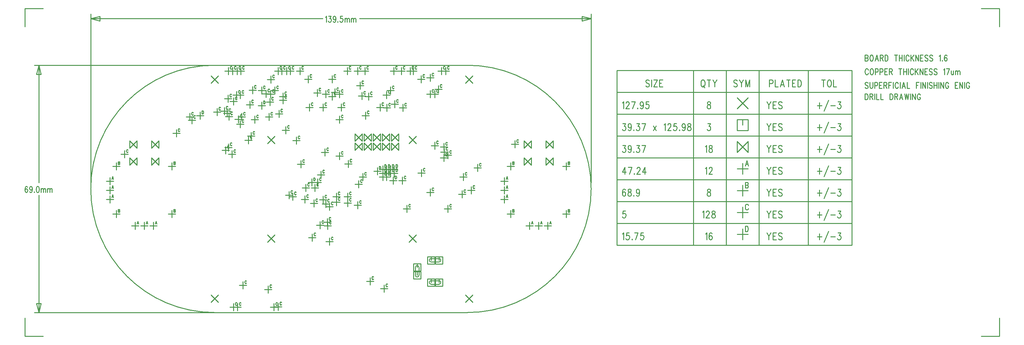
<source format=gbr>
*
*
G04 PADS VX.0 Build Number: 635560 generated Gerber (RS-274-X) file*
G04 PC Version=2.1*
*
%IN "JOG_v1.pcb"*%
*
%MOIN*%
*
%FSLAX35Y35*%
*
*
*
*
G04 PC Standard Apertures*
*
*
G04 Thermal Relief Aperture macro.*
%AMTER*
1,1,$1,0,0*
1,0,$1-$2,0,0*
21,0,$3,$4,0,0,45*
21,0,$3,$4,0,0,135*
%
*
*
G04 Annular Aperture macro.*
%AMANN*
1,1,$1,0,0*
1,0,$2,0,0*
%
*
*
G04 Odd Aperture macro.*
%AMODD*
1,1,$1,0,0*
1,0,$1-0.005,0,0*
%
*
*
G04 PC Custom Aperture Macros*
*
*
*
*
*
*
G04 PC Aperture Table*
*
%ADD010C,0.001*%
%ADD012C,0.01*%
*
*
*
*
G04 PC Circuitry*
G04 Layer Name JOG_v1.pcb - circuitry*
%LPD*%
*
*
G04 PC Custom Flashes*
G04 Layer Name JOG_v1.pcb - flashes*
%LPD*%
*
*
G04 PC Circuitry*
G04 Layer Name JOG_v1.pcb - circuitry*
%LPD*%
*
G54D10*
G01X1537382Y1581606D02*
X1537384D01*
X2086771Y1583710D02*
X2086773D01*
X1811978Y1446142D02*
X1811981D01*
X1811978Y1717795D02*
X1811981D01*
G54D12*
X1907063Y1499622D02*
X1915063D01*
Y1507622*
X1907063*
Y1499622*
X1911063Y1503622D02*
Y1507622D01*
X1915724Y1499622D02*
X1923724D01*
Y1507622*
X1915724*
Y1499622*
X1919724Y1503622D02*
Y1507622D01*
X1911063Y1505591D02*
G75*
G03Y1501654I-0J-1969D01*
G01X1919724*
G03Y1505591I0J1968*
G01X1911063*
X1891709Y1483087D02*
X1899709D01*
Y1491087*
X1891709*
Y1483087*
X1895709Y1487087D02*
Y1491087D01*
X1891709Y1491748D02*
X1899709D01*
Y1499748*
X1891709*
Y1491748*
X1895709Y1495748D02*
Y1499748D01*
X1893740Y1487087D02*
G03X1897677I1969J-0D01*
G01Y1495748*
G03X1893740I-1968J0*
G01Y1487087*
X1907063Y1475213D02*
X1915063D01*
Y1483213*
X1907063*
Y1475213*
X1911063Y1479213D02*
Y1483213D01*
X1915724Y1475213D02*
X1923724D01*
Y1483213*
X1915724*
Y1475213*
X1919724Y1479213D02*
Y1483213D01*
X1911063Y1481181D02*
G03Y1477244I-0J-1968D01*
G01X1919724*
G03Y1481181I0J1969*
G01X1911063*
X2387500Y1686563D02*
Y1680000D01*
Y1686563D02*
X2389091D01*
X2389091D02*
X2389773Y1686250D01*
X2390227Y1685625*
X2390455Y1685000*
X2390682Y1684063*
X2390682D02*
Y1682500D01*
X2390455Y1681563*
X2390455D02*
X2390227Y1680938D01*
X2390227D02*
X2389773Y1680313D01*
X2389773D02*
X2389091Y1680000D01*
X2387500*
X2392727Y1686563D02*
Y1680000D01*
Y1686563D02*
X2394773D01*
X2394773D02*
X2395455Y1686250D01*
X2395682Y1685938*
X2395682D02*
X2395909Y1685313D01*
X2395909D02*
Y1684688D01*
X2395909D02*
X2395682Y1684063D01*
X2395682D02*
X2395455Y1683750D01*
X2394773Y1683438*
X2394773D02*
X2392727D01*
X2394318D02*
X2395909Y1680000D01*
X2397955Y1686563D02*
Y1680000D01*
X2400000Y1686563D02*
Y1680000D01*
X2402727*
X2404773Y1686563D02*
Y1680000D01*
X2407500*
X2414773Y1686563D02*
Y1680000D01*
Y1686563D02*
X2416364D01*
X2416364D02*
X2417045Y1686250D01*
X2417500Y1685625*
X2417727Y1685000*
X2417955Y1684063*
X2417955D02*
Y1682500D01*
X2417727Y1681563*
X2417727D02*
X2417500Y1680938D01*
X2417500D02*
X2417045Y1680313D01*
X2417045D02*
X2416364Y1680000D01*
X2414773*
X2420000Y1686563D02*
Y1680000D01*
Y1686563D02*
X2422045D01*
X2422045D02*
X2422727Y1686250D01*
X2422955Y1685938*
X2422955D02*
X2423182Y1685313D01*
X2423182D02*
Y1684688D01*
X2423182D02*
X2422955Y1684063D01*
X2422955D02*
X2422727Y1683750D01*
X2422045Y1683438*
X2422045D02*
X2420000D01*
X2421591D02*
X2423182Y1680000D01*
X2427045Y1686563D02*
X2425227Y1680000D01*
X2427045Y1686563D02*
X2428864Y1680000D01*
X2425909Y1682188D02*
X2428182D01*
X2430909Y1686563D02*
X2432045Y1680000D01*
X2433182Y1686563D02*
X2432045Y1680000D01*
X2433182Y1686563D02*
X2434318Y1680000D01*
X2435455Y1686563D02*
X2434318Y1680000D01*
X2437500Y1686563D02*
Y1680000D01*
X2439545Y1686563D02*
Y1680000D01*
Y1686563D02*
X2442727Y1680000D01*
Y1686563D02*
Y1680000D01*
X2448182Y1685000D02*
X2447955Y1685625D01*
X2447500Y1686250*
X2447045Y1686563*
X2447045D02*
X2446136D01*
X2446136D02*
X2445682Y1686250D01*
X2445227Y1685625*
X2445000Y1685000*
X2444773Y1684063*
X2444773D02*
Y1682500D01*
X2445000Y1681563*
X2445000D02*
X2445227Y1680938D01*
X2445227D02*
X2445682Y1680313D01*
X2445682D02*
X2446136Y1680000D01*
X2447045*
X2447500Y1680313*
X2447500D02*
X2447955Y1680938D01*
X2447955D02*
X2448182Y1681563D01*
X2448182D02*
Y1682500D01*
X2447045D02*
X2448182D01*
X2390909Y1712500D02*
X2390682Y1713125D01*
X2390227Y1713750*
X2389773Y1714063*
X2389773D02*
X2388864D01*
X2388864D02*
X2388409Y1713750D01*
X2387955Y1713125*
X2387727Y1712500*
X2387500Y1711563*
X2387500D02*
Y1710000D01*
X2387727Y1709063*
X2387727D02*
X2387955Y1708438D01*
X2387955D02*
X2388409Y1707813D01*
X2388409D02*
X2388864Y1707500D01*
X2389773*
X2390227Y1707813*
X2390227D02*
X2390682Y1708438D01*
X2390682D02*
X2390909Y1709063D01*
X2394318Y1714063D02*
X2393864Y1713750D01*
X2393409Y1713125*
X2393182Y1712500*
X2392955Y1711563*
X2392955D02*
Y1710000D01*
X2393182Y1709063*
X2393182D02*
X2393409Y1708438D01*
X2393409D02*
X2393864Y1707813D01*
X2393864D02*
X2394318Y1707500D01*
X2395227*
X2395682Y1707813*
X2395682D02*
X2396136Y1708438D01*
X2396136D02*
X2396364Y1709063D01*
X2396364D02*
X2396591Y1710000D01*
Y1711563*
X2396591D02*
X2396364Y1712500D01*
X2396136Y1713125*
X2395682Y1713750*
X2395227Y1714063*
X2395227D02*
X2394318D01*
X2398636D02*
Y1707500D01*
Y1714063D02*
X2400682D01*
X2400682D02*
X2401364Y1713750D01*
X2401591Y1713438*
X2401591D02*
X2401818Y1712813D01*
X2401818D02*
Y1711875D01*
X2401591Y1711250*
X2401364Y1710938*
X2401364D02*
X2400682Y1710625D01*
X2398636*
X2403864Y1714063D02*
Y1707500D01*
Y1714063D02*
X2405909D01*
X2405909D02*
X2406591Y1713750D01*
X2406818Y1713438*
X2406818D02*
X2407045Y1712813D01*
X2407045D02*
Y1711875D01*
X2406818Y1711250*
X2406591Y1710938*
X2406591D02*
X2405909Y1710625D01*
X2403864*
X2409091Y1714063D02*
Y1707500D01*
Y1714063D02*
X2412045D01*
X2409091Y1710938D02*
X2410909D01*
X2409091Y1707500D02*
X2412045D01*
X2414091Y1714063D02*
Y1707500D01*
Y1714063D02*
X2416136D01*
X2416136D02*
X2416818Y1713750D01*
X2417045Y1713438*
X2417045D02*
X2417273Y1712813D01*
X2417273D02*
Y1712188D01*
X2417273D02*
X2417045Y1711563D01*
X2417045D02*
X2416818Y1711250D01*
X2416136Y1710938*
X2416136D02*
X2414091D01*
X2415682D02*
X2417273Y1707500D01*
X2426136Y1714063D02*
Y1707500D01*
X2424545Y1714063D02*
X2427727D01*
X2429773D02*
Y1707500D01*
X2432955Y1714063D02*
Y1707500D01*
X2429773Y1710938D02*
X2432955D01*
X2435000Y1714063D02*
Y1707500D01*
X2440455Y1712500D02*
X2440227Y1713125D01*
X2439773Y1713750*
X2439318Y1714063*
X2439318D02*
X2438409D01*
X2438409D02*
X2437955Y1713750D01*
X2437500Y1713125*
X2437273Y1712500*
X2437045Y1711563*
X2437045D02*
Y1710000D01*
X2437273Y1709063*
X2437273D02*
X2437500Y1708438D01*
X2437500D02*
X2437955Y1707813D01*
X2437955D02*
X2438409Y1707500D01*
X2439318*
X2439773Y1707813*
X2439773D02*
X2440227Y1708438D01*
X2440227D02*
X2440455Y1709063D01*
X2442500Y1714063D02*
Y1707500D01*
X2445682Y1714063D02*
X2442500Y1709688D01*
X2443636Y1711250D02*
X2445682Y1707500D01*
X2447727Y1714063D02*
Y1707500D01*
Y1714063D02*
X2450909Y1707500D01*
Y1714063D02*
Y1707500D01*
X2452955Y1714063D02*
Y1707500D01*
Y1714063D02*
X2455909D01*
X2452955Y1710938D02*
X2454773D01*
X2452955Y1707500D02*
X2455909D01*
X2461136Y1713125D02*
X2460682Y1713750D01*
X2460000Y1714063*
X2460000D02*
X2459091D01*
X2459091D02*
X2458409Y1713750D01*
X2457955Y1713125*
Y1712500*
X2458182Y1711875*
X2458409Y1711563*
X2458409D02*
X2458864Y1711250D01*
X2460227Y1710625*
X2460682Y1710313*
X2460682D02*
X2460909Y1710000D01*
X2461136Y1709375*
Y1708438*
X2461136D02*
X2460682Y1707813D01*
X2460682D02*
X2460000Y1707500D01*
X2459091*
X2458409Y1707813*
X2458409D02*
X2457955Y1708438D01*
X2466364Y1713125D02*
X2465909Y1713750D01*
X2465227Y1714063*
X2465227D02*
X2464318D01*
X2464318D02*
X2463636Y1713750D01*
X2463182Y1713125*
Y1712500*
X2463409Y1711875*
X2463636Y1711563*
X2463636D02*
X2464091Y1711250D01*
X2465455Y1710625*
X2465909Y1710313*
X2465909D02*
X2466136Y1710000D01*
X2466364Y1709375*
Y1708438*
X2466364D02*
X2465909Y1707813D01*
X2465909D02*
X2465227Y1707500D01*
X2464318*
X2463636Y1707813*
X2463636D02*
X2463182Y1708438D01*
X2473636Y1712813D02*
X2474091Y1713125D01*
X2474773Y1714063*
X2474773D02*
Y1707500D01*
X2480000Y1714063D02*
X2477727Y1707500D01*
X2476818Y1714063D02*
X2480000D01*
X2482045Y1711875D02*
Y1708750D01*
X2482273Y1707813*
X2482273D02*
X2482727Y1707500D01*
X2483409*
X2483864Y1707813*
X2483864D02*
X2484545Y1708750D01*
Y1711875D02*
Y1707500D01*
X2486591Y1711875D02*
Y1707500D01*
Y1710625D02*
X2487273Y1711563D01*
X2487273D02*
X2487727Y1711875D01*
X2488409*
X2488864Y1711563*
X2488864D02*
X2489091Y1710625D01*
Y1707500*
Y1710625D02*
X2489773Y1711563D01*
X2489773D02*
X2490227Y1711875D01*
X2490909*
X2491364Y1711563*
X2491364D02*
X2491591Y1710625D01*
Y1707500*
X2387500Y1729063D02*
Y1722500D01*
Y1729063D02*
X2389545D01*
X2389545D02*
X2390227Y1728750D01*
X2390455Y1728438*
X2390455D02*
X2390682Y1727813D01*
X2390682D02*
Y1727188D01*
X2390682D02*
X2390455Y1726563D01*
X2390455D02*
X2390227Y1726250D01*
X2389545Y1725938*
X2387500D02*
X2389545D01*
X2389545D02*
X2390227Y1725625D01*
X2390455Y1725313*
X2390455D02*
X2390682Y1724688D01*
X2390682D02*
Y1723750D01*
X2390455Y1723125*
X2390227Y1722813*
X2390227D02*
X2389545Y1722500D01*
X2387500*
X2394091Y1729063D02*
X2393636Y1728750D01*
X2393182Y1728125*
X2392955Y1727500*
X2392727Y1726563*
X2392727D02*
Y1725000D01*
X2392955Y1724063*
X2392955D02*
X2393182Y1723438D01*
X2393182D02*
X2393636Y1722813D01*
X2393636D02*
X2394091Y1722500D01*
X2395000*
X2395455Y1722813*
X2395455D02*
X2395909Y1723438D01*
X2395909D02*
X2396136Y1724063D01*
X2396136D02*
X2396364Y1725000D01*
Y1726563*
X2396364D02*
X2396136Y1727500D01*
X2395909Y1728125*
X2395455Y1728750*
X2395000Y1729063*
X2395000D02*
X2394091D01*
X2400227D02*
X2398409Y1722500D01*
X2400227Y1729063D02*
X2402045Y1722500D01*
X2399091Y1724688D02*
X2401364D01*
X2404091Y1729063D02*
Y1722500D01*
Y1729063D02*
X2406136D01*
X2406136D02*
X2406818Y1728750D01*
X2407045Y1728438*
X2407045D02*
X2407273Y1727813D01*
X2407273D02*
Y1727188D01*
X2407273D02*
X2407045Y1726563D01*
X2407045D02*
X2406818Y1726250D01*
X2406136Y1725938*
X2406136D02*
X2404091D01*
X2405682D02*
X2407273Y1722500D01*
X2409318Y1729063D02*
Y1722500D01*
Y1729063D02*
X2410909D01*
X2410909D02*
X2411591Y1728750D01*
X2412045Y1728125*
X2412273Y1727500*
X2412500Y1726563*
X2412500D02*
Y1725000D01*
X2412273Y1724063*
X2412273D02*
X2412045Y1723438D01*
X2412045D02*
X2411591Y1722813D01*
X2411591D02*
X2410909Y1722500D01*
X2409318*
X2421364Y1729063D02*
Y1722500D01*
X2419773Y1729063D02*
X2422955D01*
X2425000D02*
Y1722500D01*
X2428182Y1729063D02*
Y1722500D01*
X2425000Y1725938D02*
X2428182D01*
X2430227Y1729063D02*
Y1722500D01*
X2435682Y1727500D02*
X2435455Y1728125D01*
X2435000Y1728750*
X2434545Y1729063*
X2434545D02*
X2433636D01*
X2433636D02*
X2433182Y1728750D01*
X2432727Y1728125*
X2432500Y1727500*
X2432273Y1726563*
X2432273D02*
Y1725000D01*
X2432500Y1724063*
X2432500D02*
X2432727Y1723438D01*
X2432727D02*
X2433182Y1722813D01*
X2433182D02*
X2433636Y1722500D01*
X2434545*
X2435000Y1722813*
X2435000D02*
X2435455Y1723438D01*
X2435455D02*
X2435682Y1724063D01*
X2437727Y1729063D02*
Y1722500D01*
X2440909Y1729063D02*
X2437727Y1724688D01*
X2438864Y1726250D02*
X2440909Y1722500D01*
X2442955Y1729063D02*
Y1722500D01*
Y1729063D02*
X2446136Y1722500D01*
Y1729063D02*
Y1722500D01*
X2448182Y1729063D02*
Y1722500D01*
Y1729063D02*
X2451136D01*
X2448182Y1725938D02*
X2450000D01*
X2448182Y1722500D02*
X2451136D01*
X2456364Y1728125D02*
X2455909Y1728750D01*
X2455227Y1729063*
X2455227D02*
X2454318D01*
X2454318D02*
X2453636Y1728750D01*
X2453182Y1728125*
Y1727500*
X2453409Y1726875*
X2453636Y1726563*
X2453636D02*
X2454091Y1726250D01*
X2455455Y1725625*
X2455909Y1725313*
X2455909D02*
X2456136Y1725000D01*
X2456364Y1724375*
Y1723438*
X2456364D02*
X2455909Y1722813D01*
X2455909D02*
X2455227Y1722500D01*
X2454318*
X2453636Y1722813*
X2453636D02*
X2453182Y1723438D01*
X2461591Y1728125D02*
X2461136Y1728750D01*
X2460455Y1729063*
X2460455D02*
X2459545D01*
X2459545D02*
X2458864Y1728750D01*
X2458409Y1728125*
Y1727500*
X2458636Y1726875*
X2458864Y1726563*
X2458864D02*
X2459318Y1726250D01*
X2460682Y1725625*
X2461136Y1725313*
X2461136D02*
X2461364Y1725000D01*
X2461591Y1724375*
Y1723438*
X2461591D02*
X2461136Y1722813D01*
X2461136D02*
X2460455Y1722500D01*
X2459545*
X2458864Y1722813*
X2458864D02*
X2458409Y1723438D01*
X2468864Y1727813D02*
X2469318Y1728125D01*
X2470000Y1729063*
X2470000D02*
Y1722500D01*
X2472273Y1723125D02*
X2472045Y1722813D01*
X2472045D02*
X2472273Y1722500D01*
X2472500Y1722813*
X2472500D02*
X2472273Y1723125D01*
X2477273Y1728125D02*
X2477045Y1728750D01*
X2476364Y1729063*
X2476364D02*
X2475909D01*
X2475909D02*
X2475227Y1728750D01*
X2474773Y1727813*
X2474773D02*
X2474545Y1726250D01*
Y1724688*
X2474545D02*
X2474773Y1723438D01*
X2474773D02*
X2475227Y1722813D01*
X2475227D02*
X2475909Y1722500D01*
X2476136*
X2476818Y1722813*
X2476818D02*
X2477273Y1723438D01*
X2477273D02*
X2477500Y1724375D01*
Y1724688*
X2477500D02*
X2477273Y1725625D01*
X2476818Y1726250*
X2476136Y1726563*
X2476136D02*
X2475909D01*
X2475909D02*
X2475227Y1726250D01*
X2474773Y1725625*
X2474545Y1724688*
X2390682Y1698125D02*
X2390227Y1698750D01*
X2389545Y1699063*
X2389545D02*
X2388636D01*
X2388636D02*
X2387955Y1698750D01*
X2387500Y1698125*
Y1697500*
X2387727Y1696875*
X2387955Y1696563*
X2387955D02*
X2388409Y1696250D01*
X2389773Y1695625*
X2390227Y1695313*
X2390227D02*
X2390455Y1695000D01*
X2390682Y1694375*
Y1693438*
X2390682D02*
X2390227Y1692813D01*
X2390227D02*
X2389545Y1692500D01*
X2388636*
X2387955Y1692813*
X2387955D02*
X2387500Y1693438D01*
X2392727Y1699063D02*
Y1694375D01*
X2392955Y1693438*
X2392955D02*
X2393409Y1692813D01*
X2393409D02*
X2394091Y1692500D01*
X2394545*
X2395227Y1692813*
X2395227D02*
X2395682Y1693438D01*
X2395682D02*
X2395909Y1694375D01*
Y1699063*
X2397955D02*
Y1692500D01*
Y1699063D02*
X2400000D01*
X2400000D02*
X2400682Y1698750D01*
X2400909Y1698438*
X2400909D02*
X2401136Y1697813D01*
X2401136D02*
Y1696875D01*
X2400909Y1696250*
X2400682Y1695938*
X2400682D02*
X2400000Y1695625D01*
X2397955*
X2403182Y1699063D02*
Y1692500D01*
Y1699063D02*
X2406136D01*
X2403182Y1695938D02*
X2405000D01*
X2403182Y1692500D02*
X2406136D01*
X2408182Y1699063D02*
Y1692500D01*
Y1699063D02*
X2410227D01*
X2410227D02*
X2410909Y1698750D01*
X2411136Y1698438*
X2411136D02*
X2411364Y1697813D01*
X2411364D02*
Y1697188D01*
X2411364D02*
X2411136Y1696563D01*
X2411136D02*
X2410909Y1696250D01*
X2410227Y1695938*
X2410227D02*
X2408182D01*
X2409773D02*
X2411364Y1692500D01*
X2413409Y1699063D02*
Y1692500D01*
Y1699063D02*
X2416364D01*
X2413409Y1695938D02*
X2415227D01*
X2418409Y1699063D02*
Y1692500D01*
X2423864Y1697500D02*
X2423636Y1698125D01*
X2423182Y1698750*
X2422727Y1699063*
X2422727D02*
X2421818D01*
X2421818D02*
X2421364Y1698750D01*
X2420909Y1698125*
X2420682Y1697500*
X2420455Y1696563*
X2420455D02*
Y1695000D01*
X2420682Y1694063*
X2420682D02*
X2420909Y1693438D01*
X2420909D02*
X2421364Y1692813D01*
X2421364D02*
X2421818Y1692500D01*
X2422727*
X2423182Y1692813*
X2423182D02*
X2423636Y1693438D01*
X2423636D02*
X2423864Y1694063D01*
X2425909Y1699063D02*
Y1692500D01*
X2429773Y1699063D02*
X2427955Y1692500D01*
X2429773Y1699063D02*
X2431591Y1692500D01*
X2428636Y1694688D02*
X2430909D01*
X2433636Y1699063D02*
Y1692500D01*
X2436364*
X2443636Y1699063D02*
Y1692500D01*
Y1699063D02*
X2446591D01*
X2443636Y1695938D02*
X2445455D01*
X2448636Y1699063D02*
Y1692500D01*
X2450682Y1699063D02*
Y1692500D01*
Y1699063D02*
X2453864Y1692500D01*
Y1699063D02*
Y1692500D01*
X2455909Y1699063D02*
Y1692500D01*
X2461136Y1698125D02*
X2460682Y1698750D01*
X2460000Y1699063*
X2460000D02*
X2459091D01*
X2459091D02*
X2458409Y1698750D01*
X2457955Y1698125*
Y1697500*
X2458182Y1696875*
X2458409Y1696563*
X2458409D02*
X2458864Y1696250D01*
X2460227Y1695625*
X2460682Y1695313*
X2460682D02*
X2460909Y1695000D01*
X2461136Y1694375*
Y1693438*
X2461136D02*
X2460682Y1692813D01*
X2460682D02*
X2460000Y1692500D01*
X2459091*
X2458409Y1692813*
X2458409D02*
X2457955Y1693438D01*
X2463182Y1699063D02*
Y1692500D01*
X2466364Y1699063D02*
Y1692500D01*
X2463182Y1695938D02*
X2466364D01*
X2468409Y1699063D02*
Y1692500D01*
X2470455Y1699063D02*
Y1692500D01*
Y1699063D02*
X2473636Y1692500D01*
Y1699063D02*
Y1692500D01*
X2479091Y1697500D02*
X2478864Y1698125D01*
X2478409Y1698750*
X2477955Y1699063*
X2477955D02*
X2477045D01*
X2477045D02*
X2476591Y1698750D01*
X2476136Y1698125*
X2475909Y1697500*
X2475682Y1696563*
X2475682D02*
Y1695000D01*
X2475909Y1694063*
X2475909D02*
X2476136Y1693438D01*
X2476136D02*
X2476591Y1692813D01*
X2476591D02*
X2477045Y1692500D01*
X2477955*
X2478409Y1692813*
X2478409D02*
X2478864Y1693438D01*
X2478864D02*
X2479091Y1694063D01*
X2479091D02*
Y1695000D01*
X2477955D02*
X2479091D01*
X2486364Y1699063D02*
Y1692500D01*
Y1699063D02*
X2489318D01*
X2486364Y1695938D02*
X2488182D01*
X2486364Y1692500D02*
X2489318D01*
X2491364Y1699063D02*
Y1692500D01*
Y1699063D02*
X2494545Y1692500D01*
Y1699063D02*
Y1692500D01*
X2496591Y1699063D02*
Y1692500D01*
X2502045Y1697500D02*
X2501818Y1698125D01*
X2501364Y1698750*
X2500909Y1699063*
X2500909D02*
X2500000D01*
X2500000D02*
X2499545Y1698750D01*
X2499091Y1698125*
X2498864Y1697500*
X2498636Y1696563*
X2498636D02*
Y1695000D01*
X2498864Y1694063*
X2498864D02*
X2499091Y1693438D01*
X2499091D02*
X2499545Y1692813D01*
X2499545D02*
X2500000Y1692500D01*
X2500909*
X2501364Y1692813*
X2501364D02*
X2501818Y1693438D01*
X2501818D02*
X2502045Y1694063D01*
X2502045D02*
Y1695000D01*
X2500909D02*
X2502045D01*
X1827338Y1634464D02*
X1835338Y1642464D01*
Y1634464*
X1827338Y1642464*
Y1634464*
Y1624464D02*
X1835338Y1632464D01*
Y1624464*
X1827338Y1632464*
Y1624464*
X1837338Y1634464D02*
X1845338Y1642464D01*
Y1634464*
X1837338Y1642464*
Y1634464*
Y1624464D02*
X1845338Y1632464D01*
Y1624464*
X1837338Y1632464*
Y1624464*
X1847338Y1634464D02*
X1855338Y1642464D01*
Y1634464*
X1847338Y1642464*
Y1634464*
Y1624464D02*
X1855338Y1632464D01*
Y1624464*
X1847338Y1632464*
Y1624464*
X1857338Y1634464D02*
X1865338Y1642464D01*
Y1634464*
X1857338Y1642464*
Y1634464*
Y1624464D02*
X1865338Y1632464D01*
Y1624464*
X1857338Y1632464*
Y1624464*
X1867338Y1634464D02*
X1875338Y1642464D01*
Y1634464*
X1867338Y1642464*
Y1634464*
Y1624464D02*
X1875338Y1632464D01*
Y1624464*
X1867338Y1632464*
Y1624464*
X1731275Y1523638D02*
X1739275Y1531638D01*
X1731275D02*
X1739275Y1523638D01*
X1731275Y1631905D02*
X1739275Y1639905D01*
X1731275D02*
X1739275Y1631905D01*
X1886787D02*
X1894787Y1639905D01*
X1886787D02*
X1894787Y1631905D01*
X1886787Y1523638D02*
X1894787Y1531638D01*
X1886787D02*
X1894787Y1523638D01*
X1669267Y1698047D02*
X1677267Y1706047D01*
X1669267D02*
X1677267Y1698047D01*
X1669267Y1457496D02*
X1677267Y1465496D01*
X1669267D02*
X1677267Y1457496D01*
X1948795Y1698047D02*
X1956795Y1706047D01*
X1948795D02*
X1956795Y1698047D01*
X1948795Y1457496D02*
X1956795Y1465496D01*
X1948795D02*
X1956795Y1457496D01*
X1554402Y1590500D02*
X1562402D01*
X1558402Y1586500D02*
Y1594500D01*
X1561311Y1595781D02*
X1560402Y1592500D01*
X1561311Y1595781D02*
X1562220Y1592500D01*
X1560742Y1593594D02*
X1561879D01*
X1554402Y1580500D02*
X1562402D01*
X1558402Y1576500D02*
Y1584500D01*
X1561311Y1585781D02*
X1560402Y1582500D01*
X1561311Y1585781D02*
X1562220Y1582500D01*
X1560742Y1583594D02*
X1561879D01*
X1554402Y1570500D02*
X1562402D01*
X1558402Y1566500D02*
Y1574500D01*
X1561311Y1575781D02*
X1560402Y1572500D01*
X1561311Y1575781D02*
X1562220Y1572500D01*
X1560742Y1573594D02*
X1561879D01*
X1582000Y1541327D02*
X1590000D01*
X1586000Y1537327D02*
Y1545327D01*
X1588909Y1546608D02*
X1588000Y1543327D01*
X1588909Y1546608D02*
X1589818Y1543327D01*
X1588341Y1544421D02*
X1589477D01*
X1592000Y1541327D02*
X1600000D01*
X1596000Y1537327D02*
Y1545327D01*
X1598909Y1546608D02*
X1598000Y1543327D01*
X1598909Y1546608D02*
X1599818Y1543327D01*
X1598341Y1544421D02*
X1599477D01*
X1602000Y1541327D02*
X1610000D01*
X1606000Y1537327D02*
Y1545327D01*
X1608909Y1546608D02*
X1608000Y1543327D01*
X1608909Y1546608D02*
X1609818Y1543327D01*
X1608341Y1544421D02*
X1609477D01*
X1580031Y1608209D02*
X1588031Y1616209D01*
Y1608209*
X1580031Y1616209*
Y1608209*
X1603969D02*
X1611969Y1616209D01*
Y1608209*
X1603969Y1616209*
Y1608209*
Y1626909D02*
X1611969Y1634909D01*
Y1626909*
X1603969Y1634909*
Y1626909*
X1580031D02*
X1588031Y1634909D01*
Y1626909*
X1580031Y1634909*
Y1626909*
X1561488Y1606681D02*
X1569488D01*
X1565488Y1602681D02*
Y1610681D01*
X1567488Y1611962D02*
Y1608681D01*
Y1611962D02*
X1568511D01*
X1568852Y1611806*
X1568965Y1611650*
X1569079Y1611337*
Y1611025*
X1568965Y1610712*
X1568852Y1610556*
X1568511Y1610400*
X1567488D02*
X1568511D01*
X1568852Y1610244*
X1568965Y1610087*
X1569079Y1609775*
Y1609306*
X1568965Y1608994*
X1568852Y1608837*
X1568511Y1608681*
X1567488*
X1622512Y1606681D02*
X1630512D01*
X1626512Y1602681D02*
Y1610681D01*
X1628512Y1611962D02*
Y1608681D01*
Y1611962D02*
X1629535D01*
X1629875Y1611806*
X1629989Y1611650*
X1630103Y1611337*
Y1611025*
X1629989Y1610712*
X1629875Y1610556*
X1629535Y1610400*
X1628512D02*
X1629535D01*
X1629875Y1610244*
X1629989Y1610087*
X1630103Y1609775*
Y1609306*
X1629989Y1608994*
X1629875Y1608837*
X1629535Y1608681*
X1628512*
X1622512Y1554319D02*
X1630512D01*
X1626512Y1550319D02*
Y1558319D01*
X1628512Y1559600D02*
Y1556319D01*
Y1559600D02*
X1629535D01*
X1629875Y1559444*
X1629989Y1559288*
X1630103Y1558975*
Y1558663*
X1629989Y1558350*
X1629875Y1558194*
X1629535Y1558038*
X1628512D02*
X1629535D01*
X1629875Y1557881*
X1629989Y1557725*
X1630103Y1557413*
Y1556944*
X1629989Y1556631*
X1629875Y1556475*
X1629535Y1556319*
X1628512*
X1561488Y1554319D02*
X1569488D01*
X1565488Y1550319D02*
Y1558319D01*
X1567488Y1559600D02*
Y1556319D01*
Y1559600D02*
X1568511D01*
X1568852Y1559444*
X1568965Y1559288*
X1569079Y1558975*
Y1558663*
X1568965Y1558350*
X1568852Y1558194*
X1568511Y1558038*
X1567488D02*
X1568511D01*
X1568852Y1557881*
X1568965Y1557725*
X1569079Y1557413*
Y1556944*
X1568965Y1556631*
X1568852Y1556475*
X1568511Y1556319*
X1567488*
X1987402Y1590500D02*
X1995402D01*
X1991402Y1586500D02*
Y1594500D01*
X1994311Y1595781D02*
X1993402Y1592500D01*
X1994311Y1595781D02*
X1995220Y1592500D01*
X1993742Y1593594D02*
X1994879D01*
X1987402Y1580500D02*
X1995402D01*
X1991402Y1576500D02*
Y1584500D01*
X1994311Y1585781D02*
X1993402Y1582500D01*
X1994311Y1585781D02*
X1995220Y1582500D01*
X1993742Y1583594D02*
X1994879D01*
X1987402Y1570500D02*
X1995402D01*
X1991402Y1566500D02*
Y1574500D01*
X1994311Y1575781D02*
X1993402Y1572500D01*
X1994311Y1575781D02*
X1995220Y1572500D01*
X1993742Y1573594D02*
X1994879D01*
X2015000Y1541327D02*
X2023000D01*
X2019000Y1537327D02*
Y1545327D01*
X2021909Y1546608D02*
X2021000Y1543327D01*
X2021909Y1546608D02*
X2022818Y1543327D01*
X2021341Y1544421D02*
X2022477D01*
X2025000Y1541327D02*
X2033000D01*
X2029000Y1537327D02*
Y1545327D01*
X2031909Y1546608D02*
X2031000Y1543327D01*
X2031909Y1546608D02*
X2032818Y1543327D01*
X2031341Y1544421D02*
X2032477D01*
X2035000Y1541327D02*
X2043000D01*
X2039000Y1537327D02*
Y1545327D01*
X2041909Y1546608D02*
X2041000Y1543327D01*
X2041909Y1546608D02*
X2042818Y1543327D01*
X2041341Y1544421D02*
X2042477D01*
X2013031Y1608209D02*
X2021031Y1616209D01*
Y1608209*
X2013031Y1616209*
Y1608209*
X2036969D02*
X2044969Y1616209D01*
Y1608209*
X2036969Y1616209*
Y1608209*
Y1626909D02*
X2044969Y1634909D01*
Y1626909*
X2036969Y1634909*
Y1626909*
X2013031D02*
X2021031Y1634909D01*
Y1626909*
X2013031Y1634909*
Y1626909*
X1994488Y1606681D02*
X2002488D01*
X1998488Y1602681D02*
Y1610681D01*
X2000488Y1611962D02*
Y1608681D01*
Y1611962D02*
X2001511D01*
X2001852Y1611806*
X2001965Y1611650*
X2002079Y1611337*
Y1611025*
X2001965Y1610712*
X2001852Y1610556*
X2001511Y1610400*
X2000488D02*
X2001511D01*
X2001852Y1610244*
X2001965Y1610087*
X2002079Y1609775*
Y1609306*
X2001965Y1608994*
X2001852Y1608837*
X2001511Y1608681*
X2000488*
X2055512Y1606681D02*
X2063512D01*
X2059512Y1602681D02*
Y1610681D01*
X2061512Y1611962D02*
Y1608681D01*
Y1611962D02*
X2062535D01*
X2062875Y1611806*
X2062989Y1611650*
X2063103Y1611337*
Y1611025*
X2062989Y1610712*
X2062875Y1610556*
X2062535Y1610400*
X2061512D02*
X2062535D01*
X2062875Y1610244*
X2062989Y1610087*
X2063103Y1609775*
Y1609306*
X2062989Y1608994*
X2062875Y1608837*
X2062535Y1608681*
X2061512*
X2055512Y1554319D02*
X2063512D01*
X2059512Y1550319D02*
Y1558319D01*
X2061512Y1559600D02*
Y1556319D01*
Y1559600D02*
X2062535D01*
X2062875Y1559444*
X2062989Y1559288*
X2063103Y1558975*
Y1558663*
X2062989Y1558350*
X2062875Y1558194*
X2062535Y1558038*
X2061512D02*
X2062535D01*
X2062875Y1557881*
X2062989Y1557725*
X2063103Y1557413*
Y1556944*
X2062989Y1556631*
X2062875Y1556475*
X2062535Y1556319*
X2061512*
X1994488Y1554319D02*
X2002488D01*
X1998488Y1550319D02*
Y1558319D01*
X2000488Y1559600D02*
Y1556319D01*
Y1559600D02*
X2001511D01*
X2001852Y1559444*
X2001965Y1559288*
X2002079Y1558975*
Y1558663*
X2001965Y1558350*
X2001852Y1558194*
X2001511Y1558038*
X2000488D02*
X2001511D01*
X2001852Y1557881*
X2001965Y1557725*
X2002079Y1557413*
Y1556944*
X2001965Y1556631*
X2001852Y1556475*
X2001511Y1556319*
X2000488*
X1694500Y1452000D02*
X1702500D01*
X1698500Y1448000D02*
Y1456000D01*
X1702205Y1456500D02*
X1702091Y1456813D01*
X1702091D02*
X1701864Y1457125D01*
X1701636Y1457281*
X1701182*
X1700955Y1457125*
X1700727Y1456813*
X1700727D02*
X1700614Y1456500D01*
X1700500Y1456031*
Y1455250*
X1700614Y1454781*
X1700727Y1454469*
X1700955Y1454156*
X1701182Y1454000*
X1701636*
X1701864Y1454156*
X1702091Y1454469*
X1702205Y1454781*
X1690000Y1452000D02*
X1698000D01*
X1694000Y1448000D02*
Y1456000D01*
X1697705Y1456500D02*
X1697591Y1456813D01*
X1697591D02*
X1697364Y1457125D01*
X1697136Y1457281*
X1696682*
X1696455Y1457125*
X1696227Y1456813*
X1696227D02*
X1696114Y1456500D01*
X1696000Y1456031*
Y1455250*
X1696114Y1454781*
X1696227Y1454469*
X1696455Y1454156*
X1696682Y1454000*
X1697136*
X1697364Y1454156*
X1697591Y1454469*
X1697705Y1454781*
X1734500Y1452000D02*
X1742500D01*
X1738500Y1448000D02*
Y1456000D01*
X1742205Y1456500D02*
X1742091Y1456813D01*
X1742091D02*
X1741864Y1457125D01*
X1741636Y1457281*
X1741182*
X1740955Y1457125*
X1740727Y1456813*
X1740727D02*
X1740614Y1456500D01*
X1740500Y1456031*
Y1455250*
X1740614Y1454781*
X1740727Y1454469*
X1740955Y1454156*
X1741182Y1454000*
X1741636*
X1741864Y1454156*
X1742091Y1454469*
X1742205Y1454781*
X1739000Y1452500D02*
X1747000D01*
X1743000Y1448500D02*
Y1456500D01*
X1746705Y1457000D02*
X1746591Y1457313D01*
X1746591D02*
X1746364Y1457625D01*
X1746136Y1457781*
X1745682*
X1745455Y1457625*
X1745227Y1457313*
X1745227D02*
X1745114Y1457000D01*
X1745000Y1456531*
Y1455750*
X1745114Y1455281*
X1745227Y1454969*
X1745455Y1454656*
X1745682Y1454500*
X1746136*
X1746364Y1454656*
X1746591Y1454969*
X1746705Y1455281*
X1728000Y1471500D02*
X1736000D01*
X1732000Y1467500D02*
Y1475500D01*
X1735705Y1476000D02*
X1735591Y1476313D01*
X1735591D02*
X1735364Y1476625D01*
X1735136Y1476781*
X1734682*
X1734455Y1476625*
X1734227Y1476313*
X1734227D02*
X1734114Y1476000D01*
X1734000Y1475531*
Y1474750*
X1734114Y1474281*
X1734227Y1473969*
X1734455Y1473656*
X1734682Y1473500*
X1735136*
X1735364Y1473656*
X1735591Y1473969*
X1735705Y1474281*
X1855500Y1472500D02*
X1863500D01*
X1859500Y1468500D02*
Y1476500D01*
X1863205Y1477000D02*
X1863091Y1477313D01*
X1863091D02*
X1862864Y1477625D01*
X1862636Y1477781*
X1862182*
X1861955Y1477625*
X1861727Y1477313*
X1861727D02*
X1861614Y1477000D01*
X1861500Y1476531*
Y1475750*
X1861614Y1475281*
X1861727Y1474969*
X1861955Y1474656*
X1862182Y1474500*
X1862636*
X1862864Y1474656*
X1863091Y1474969*
X1863205Y1475281*
X1700500Y1476000D02*
X1708500D01*
X1704500Y1472000D02*
Y1480000D01*
X1708205Y1480500D02*
X1708091Y1480813D01*
X1708091D02*
X1707864Y1481125D01*
X1707636Y1481281*
X1707182*
X1706955Y1481125*
X1706727Y1480813*
X1706727D02*
X1706614Y1480500D01*
X1706500Y1480031*
Y1479250*
X1706614Y1478781*
X1706727Y1478469*
X1706955Y1478156*
X1707182Y1478000*
X1707636*
X1707864Y1478156*
X1708091Y1478469*
X1708205Y1478781*
X1840000Y1480500D02*
X1848000D01*
X1844000Y1476500D02*
Y1484500D01*
X1847705Y1485000D02*
X1847591Y1485313D01*
X1847591D02*
X1847364Y1485625D01*
X1847136Y1485781*
X1846682*
X1846455Y1485625*
X1846227Y1485313*
X1846227D02*
X1846114Y1485000D01*
X1846000Y1484531*
Y1483750*
X1846114Y1483281*
X1846227Y1482969*
X1846455Y1482656*
X1846682Y1482500*
X1847136*
X1847364Y1482656*
X1847591Y1482969*
X1847705Y1483281*
X1776500Y1528500D02*
X1784500D01*
X1780500Y1524500D02*
Y1532500D01*
X1784205Y1533000D02*
X1784091Y1533313D01*
X1784091D02*
X1783864Y1533625D01*
X1783636Y1533781*
X1783182*
X1782955Y1533625*
X1782727Y1533313*
X1782727D02*
X1782614Y1533000D01*
X1782500Y1532531*
Y1531750*
X1782614Y1531281*
X1782727Y1530969*
X1782955Y1530656*
X1783182Y1530500*
X1783636*
X1783864Y1530656*
X1784091Y1530969*
X1784205Y1531281*
X1795500Y1524000D02*
X1803500D01*
X1799500Y1520000D02*
Y1528000D01*
X1803205Y1528500D02*
X1803091Y1528813D01*
X1803091D02*
X1802864Y1529125D01*
X1802636Y1529281*
X1802182*
X1801955Y1529125*
X1801727Y1528813*
X1801727D02*
X1801614Y1528500D01*
X1801500Y1528031*
Y1527250*
X1801614Y1526781*
X1801727Y1526469*
X1801955Y1526156*
X1802182Y1526000*
X1802636*
X1802864Y1526156*
X1803091Y1526469*
X1803205Y1526781*
X1793000Y1545500D02*
X1801000D01*
X1797000Y1541500D02*
Y1549500D01*
X1800705Y1550000D02*
X1800591Y1550313D01*
X1800591D02*
X1800364Y1550625D01*
X1800136Y1550781*
X1799682*
X1799455Y1550625*
X1799227Y1550313*
X1799227D02*
X1799114Y1550000D01*
X1799000Y1549531*
Y1548750*
X1799114Y1548281*
X1799227Y1547969*
X1799455Y1547656*
X1799682Y1547500*
X1800136*
X1800364Y1547656*
X1800591Y1547969*
X1800705Y1548281*
X1793500Y1541500D02*
X1801500D01*
X1797500Y1537500D02*
Y1545500D01*
X1801205Y1546000D02*
X1801091Y1546313D01*
X1801091D02*
X1800864Y1546625D01*
X1800636Y1546781*
X1800182*
X1799955Y1546625*
X1799727Y1546313*
X1799727D02*
X1799614Y1546000D01*
X1799500Y1545531*
Y1544750*
X1799614Y1544281*
X1799727Y1543969*
X1799955Y1543656*
X1800182Y1543500*
X1800636*
X1800864Y1543656*
X1801091Y1543969*
X1801205Y1544281*
X1785173Y1542000D02*
X1793173D01*
X1789173Y1538000D02*
Y1546000D01*
X1792878Y1546500D02*
X1792764Y1546813D01*
X1792764D02*
X1792537Y1547125D01*
X1792310Y1547281*
X1791855*
X1791628Y1547125*
X1791401Y1546813*
X1791401D02*
X1791287Y1546500D01*
X1791173Y1546031*
Y1545250*
X1791287Y1544781*
X1791401Y1544469*
X1791401D02*
X1791628Y1544156D01*
X1791855Y1544000*
X1792310*
X1792537Y1544156*
X1792764Y1544469*
X1792878Y1544781*
X1755000Y1573500D02*
X1763000D01*
X1759000Y1569500D02*
Y1577500D01*
X1762705Y1578000D02*
X1762591Y1578313D01*
X1762591D02*
X1762364Y1578625D01*
X1762136Y1578781*
X1761682*
X1761455Y1578625*
X1761227Y1578313*
X1761227D02*
X1761114Y1578000D01*
X1761000Y1577531*
Y1576750*
X1761114Y1576281*
X1761227Y1575969*
X1761455Y1575656*
X1761682Y1575500*
X1762136*
X1762364Y1575656*
X1762591Y1575969*
X1762705Y1576281*
X1768500Y1570500D02*
X1776500D01*
X1772500Y1566500D02*
Y1574500D01*
X1776205Y1575000D02*
X1776091Y1575313D01*
X1776091D02*
X1775864Y1575625D01*
X1775636Y1575781*
X1775182*
X1774955Y1575625*
X1774727Y1575313*
X1774727D02*
X1774614Y1575000D01*
X1774500Y1574531*
Y1573750*
X1774614Y1573281*
X1774727Y1572969*
X1774955Y1572656*
X1775182Y1572500*
X1775636*
X1775864Y1572656*
X1776091Y1572969*
X1776205Y1573281*
X1778500Y1566000D02*
X1786500D01*
X1782500Y1562000D02*
Y1570000D01*
X1786205Y1570500D02*
X1786091Y1570813D01*
X1786091D02*
X1785864Y1571125D01*
X1785636Y1571281*
X1785182*
X1784955Y1571125*
X1784727Y1570813*
X1784727D02*
X1784614Y1570500D01*
X1784500Y1570031*
Y1569250*
X1784614Y1568781*
X1784727Y1568469*
X1784955Y1568156*
X1785182Y1568000*
X1785636*
X1785864Y1568156*
X1786091Y1568469*
X1786205Y1568781*
X1788500Y1570000D02*
X1796500D01*
X1792500Y1566000D02*
Y1574000D01*
X1796205Y1574500D02*
X1796091Y1574813D01*
X1796091D02*
X1795864Y1575125D01*
X1795636Y1575281*
X1795182*
X1794955Y1575125*
X1794727Y1574813*
X1794727D02*
X1794614Y1574500D01*
X1794500Y1574031*
Y1573250*
X1794614Y1572781*
X1794727Y1572469*
X1794955Y1572156*
X1795182Y1572000*
X1795636*
X1795864Y1572156*
X1796091Y1572469*
X1796205Y1572781*
X1803000Y1573500D02*
X1811000D01*
X1807000Y1569500D02*
Y1577500D01*
X1810705Y1578000D02*
X1810591Y1578313D01*
X1810591D02*
X1810364Y1578625D01*
X1810136Y1578781*
X1809682*
X1809455Y1578625*
X1809227Y1578313*
X1809227D02*
X1809114Y1578000D01*
X1809000Y1577531*
Y1576750*
X1809114Y1576281*
X1809227Y1575969*
X1809455Y1575656*
X1809682Y1575500*
X1810136*
X1810364Y1575656*
X1810591Y1575969*
X1810705Y1576281*
X1803000Y1567402D02*
X1811000D01*
X1807000Y1563402D02*
Y1571402D01*
X1810705Y1571902D02*
X1810591Y1572214D01*
X1810364Y1572527*
X1810136Y1572683*
X1809682*
X1809455Y1572527*
X1809227Y1572214*
X1809114Y1571902*
X1809000Y1571433*
Y1570652*
X1809114Y1570183*
X1809227Y1569870*
X1809455Y1569558*
X1809682Y1569402*
X1810136*
X1810364Y1569558*
X1810591Y1569870*
X1810705Y1570183*
X1795500Y1562500D02*
X1803500D01*
X1799500Y1558500D02*
Y1566500D01*
X1803205Y1567000D02*
X1803091Y1567313D01*
X1803091D02*
X1802864Y1567625D01*
X1802636Y1567781*
X1802182*
X1801955Y1567625*
X1801727Y1567313*
X1801727D02*
X1801614Y1567000D01*
X1801500Y1566531*
Y1565750*
X1801614Y1565281*
X1801727Y1564969*
X1801955Y1564656*
X1802182Y1564500*
X1802636*
X1802864Y1564656*
X1803091Y1564969*
X1803205Y1565281*
X1791500Y1565500D02*
X1799500D01*
X1795500Y1561500D02*
Y1569500D01*
X1799205Y1570000D02*
X1799091Y1570313D01*
X1799091D02*
X1798864Y1570625D01*
X1798636Y1570781*
X1798182*
X1797955Y1570625*
X1797727Y1570313*
X1797727D02*
X1797614Y1570000D01*
X1797500Y1569531*
Y1568750*
X1797614Y1568281*
X1797727Y1567969*
X1797955Y1567656*
X1798182Y1567500*
X1798636*
X1798864Y1567656*
X1799091Y1567969*
X1799205Y1568281*
X1815500Y1573500D02*
X1823500D01*
X1819500Y1569500D02*
Y1577500D01*
X1823205Y1578000D02*
X1823091Y1578313D01*
X1823091D02*
X1822864Y1578625D01*
X1822636Y1578781*
X1822182*
X1821955Y1578625*
X1821727Y1578313*
X1821727D02*
X1821614Y1578000D01*
X1821500Y1577531*
Y1576750*
X1821614Y1576281*
X1821727Y1575969*
X1821955Y1575656*
X1822182Y1575500*
X1822636*
X1822864Y1575656*
X1823091Y1575969*
X1823205Y1576281*
X1815500Y1566500D02*
X1823500D01*
X1819500Y1562500D02*
Y1570500D01*
X1823205Y1571000D02*
X1823091Y1571313D01*
X1823091D02*
X1822864Y1571625D01*
X1822636Y1571781*
X1822182*
X1821955Y1571625*
X1821727Y1571313*
X1821727D02*
X1821614Y1571000D01*
X1821500Y1570531*
Y1569750*
X1821614Y1569281*
X1821727Y1568969*
X1821955Y1568656*
X1822182Y1568500*
X1822636*
X1822864Y1568656*
X1823091Y1568969*
X1823205Y1569281*
X1826500Y1564000D02*
X1834500D01*
X1830500Y1560000D02*
Y1568000D01*
X1834205Y1568500D02*
X1834091Y1568813D01*
X1834091D02*
X1833864Y1569125D01*
X1833636Y1569281*
X1833182*
X1832955Y1569125*
X1832727Y1568813*
X1832727D02*
X1832614Y1568500D01*
X1832500Y1568031*
Y1567250*
X1832614Y1566781*
X1832727Y1566469*
X1832955Y1566156*
X1833182Y1566000*
X1833636*
X1833864Y1566156*
X1834091Y1566469*
X1834205Y1566781*
X1880500Y1560000D02*
X1888500D01*
X1884500Y1556000D02*
Y1564000D01*
X1888205Y1564500D02*
X1888091Y1564813D01*
X1888091D02*
X1887864Y1565125D01*
X1887636Y1565281*
X1887182*
X1886955Y1565125*
X1886727Y1564813*
X1886727D02*
X1886614Y1564500D01*
X1886500Y1564031*
Y1563250*
X1886614Y1562781*
X1886727Y1562469*
X1886955Y1562156*
X1887182Y1562000*
X1887636*
X1887864Y1562156*
X1888091Y1562469*
X1888205Y1562781*
X1925500Y1560000D02*
X1933500D01*
X1929500Y1556000D02*
Y1564000D01*
X1933205Y1564500D02*
X1933091Y1564813D01*
X1933091D02*
X1932864Y1565125D01*
X1932636Y1565281*
X1932182*
X1931955Y1565125*
X1931727Y1564813*
X1931727D02*
X1931614Y1564500D01*
X1931500Y1564031*
Y1563250*
X1931614Y1562781*
X1931727Y1562469*
X1931955Y1562156*
X1932182Y1562000*
X1932636*
X1932864Y1562156*
X1933091Y1562469*
X1933205Y1562781*
X1751000Y1575000D02*
X1759000D01*
X1755000Y1571000D02*
Y1579000D01*
X1758705Y1579500D02*
X1758591Y1579813D01*
X1758591D02*
X1758364Y1580125D01*
X1758136Y1580281*
X1757682*
X1757455Y1580125*
X1757227Y1579813*
X1757227D02*
X1757114Y1579500D01*
X1757000Y1579031*
Y1578250*
X1757114Y1577781*
X1757227Y1577469*
X1757455Y1577156*
X1757682Y1577000*
X1758136*
X1758364Y1577156*
X1758591Y1577469*
X1758705Y1577781*
X1779500Y1583000D02*
X1787500D01*
X1783500Y1579000D02*
Y1587000D01*
X1787205Y1587500D02*
X1787091Y1587813D01*
X1787091D02*
X1786864Y1588125D01*
X1786636Y1588281*
X1786182*
X1785955Y1588125*
X1785727Y1587813*
X1785727D02*
X1785614Y1587500D01*
X1785500Y1587031*
Y1586250*
X1785614Y1585781*
X1785727Y1585469*
X1785955Y1585156*
X1786182Y1585000*
X1786636*
X1786864Y1585156*
X1787091Y1585469*
X1787205Y1585781*
X1782500Y1589000D02*
X1790500D01*
X1786500Y1585000D02*
Y1593000D01*
X1790205Y1593500D02*
X1790091Y1593813D01*
X1790091D02*
X1789864Y1594125D01*
X1789636Y1594281*
X1789182*
X1788955Y1594125*
X1788727Y1593813*
X1788727D02*
X1788614Y1593500D01*
X1788500Y1593031*
Y1592250*
X1788614Y1591781*
X1788727Y1591469*
X1788955Y1591156*
X1789182Y1591000*
X1789636*
X1789864Y1591156*
X1790091Y1591469*
X1790205Y1591781*
X1769500Y1583000D02*
X1777500D01*
X1773500Y1579000D02*
Y1587000D01*
X1777205Y1587500D02*
X1777091Y1587813D01*
X1777091D02*
X1776864Y1588125D01*
X1776636Y1588281*
X1776182*
X1775955Y1588125*
X1775727Y1587813*
X1775727D02*
X1775614Y1587500D01*
X1775500Y1587031*
Y1586250*
X1775614Y1585781*
X1775727Y1585469*
X1775955Y1585156*
X1776182Y1585000*
X1776636*
X1776864Y1585156*
X1777091Y1585469*
X1777205Y1585781*
X1776000Y1589000D02*
X1784000D01*
X1780000Y1585000D02*
Y1593000D01*
X1782000Y1594281D02*
Y1591000D01*
Y1594281D02*
X1782795D01*
X1783136Y1594125*
X1783364Y1593813*
X1783364D02*
X1783477Y1593500D01*
X1783591Y1593031*
Y1592250*
X1783477Y1591781*
X1783364Y1591469*
X1783136Y1591156*
X1782795Y1591000*
X1782000*
X1827500Y1587000D02*
X1835500D01*
X1831500Y1583000D02*
Y1591000D01*
X1835205Y1591500D02*
X1835091Y1591813D01*
X1835091D02*
X1834864Y1592125D01*
X1834636Y1592281*
X1834182*
X1833955Y1592125*
X1833727Y1591813*
X1833727D02*
X1833614Y1591500D01*
X1833500Y1591031*
Y1590250*
X1833614Y1589781*
X1833727Y1589469*
X1833955Y1589156*
X1834182Y1589000*
X1834636*
X1834864Y1589156*
X1835091Y1589469*
X1835205Y1589781*
X1865500Y1591000D02*
X1873500D01*
X1869500Y1587000D02*
Y1595000D01*
X1871500Y1596281D02*
Y1593000D01*
Y1596281D02*
X1872295D01*
X1872636Y1596125*
X1872864Y1595813*
X1872864D02*
X1872977Y1595500D01*
X1873091Y1595031*
Y1594250*
X1872977Y1593781*
X1872864Y1593469*
X1872636Y1593156*
X1872295Y1593000*
X1871500*
X1875500Y1591000D02*
X1883500D01*
X1879500Y1587000D02*
Y1595000D01*
X1883205Y1595500D02*
X1883091Y1595813D01*
X1883091D02*
X1882864Y1596125D01*
X1882636Y1596281*
X1882182*
X1881955Y1596125*
X1881727Y1595813*
X1881727D02*
X1881614Y1595500D01*
X1881500Y1595031*
Y1594250*
X1881614Y1593781*
X1881727Y1593469*
X1881955Y1593156*
X1882182Y1593000*
X1882636*
X1882864Y1593156*
X1883091Y1593469*
X1883205Y1593781*
X1906000Y1578000D02*
X1914000D01*
X1910000Y1574000D02*
Y1582000D01*
X1913705Y1582500D02*
X1913591Y1582813D01*
X1913591D02*
X1913364Y1583125D01*
X1913136Y1583281*
X1912682*
X1912455Y1583125*
X1912227Y1582813*
X1912227D02*
X1912114Y1582500D01*
X1912000Y1582031*
Y1581250*
X1912114Y1580781*
X1912227Y1580469*
X1912455Y1580156*
X1912682Y1580000*
X1913136*
X1913364Y1580156*
X1913591Y1580469*
X1913705Y1580781*
X1941000Y1576000D02*
X1949000D01*
X1945000Y1572000D02*
Y1580000D01*
X1948705Y1580500D02*
X1948591Y1580813D01*
X1948591D02*
X1948364Y1581125D01*
X1948136Y1581281*
X1947682*
X1947455Y1581125*
X1947227Y1580813*
X1947227D02*
X1947114Y1580500D01*
X1947000Y1580031*
Y1579250*
X1947114Y1578781*
X1947227Y1578469*
X1947455Y1578156*
X1947682Y1578000*
X1948136*
X1948364Y1578156*
X1948591Y1578469*
X1948705Y1578781*
X1951000Y1580500D02*
X1959000D01*
X1955000Y1576500D02*
Y1584500D01*
X1958705Y1585000D02*
X1958591Y1585313D01*
X1958591D02*
X1958364Y1585625D01*
X1958136Y1585781*
X1957682*
X1957455Y1585625*
X1957227Y1585313*
X1957227D02*
X1957114Y1585000D01*
X1957000Y1584531*
Y1583750*
X1957114Y1583281*
X1957227Y1582969*
X1957455Y1582656*
X1957682Y1582500*
X1958136*
X1958364Y1582656*
X1958591Y1582969*
X1958705Y1583281*
X1764000Y1609000D02*
X1772000D01*
X1768000Y1605000D02*
Y1613000D01*
X1771705Y1613500D02*
X1771591Y1613813D01*
X1771591D02*
X1771364Y1614125D01*
X1771136Y1614281*
X1770682*
X1770455Y1614125*
X1770227Y1613813*
X1770227D02*
X1770114Y1613500D01*
X1770000Y1613031*
Y1612250*
X1770114Y1611781*
X1770227Y1611469*
X1770455Y1611156*
X1770682Y1611000*
X1771136*
X1771364Y1611156*
X1771591Y1611469*
X1771705Y1611781*
X1786000Y1597500D02*
X1794000D01*
X1790000Y1593500D02*
Y1601500D01*
X1793705Y1602000D02*
X1793591Y1602313D01*
X1793591D02*
X1793364Y1602625D01*
X1793136Y1602781*
X1792682*
X1792455Y1602625*
X1792227Y1602313*
X1792227D02*
X1792114Y1602000D01*
X1792000Y1601531*
Y1600750*
X1792114Y1600281*
X1792227Y1599969*
X1792455Y1599656*
X1792682Y1599500*
X1793136*
X1793364Y1599656*
X1793591Y1599969*
X1793705Y1600281*
X1816000Y1609500D02*
X1824000D01*
X1820000Y1605500D02*
Y1613500D01*
X1823705Y1614000D02*
X1823591Y1614313D01*
X1823591D02*
X1823364Y1614625D01*
X1823136Y1614781*
X1822682*
X1822455Y1614625*
X1822227Y1614313*
X1822227D02*
X1822114Y1614000D01*
X1822000Y1613531*
Y1612750*
X1822114Y1612281*
X1822227Y1611969*
X1822455Y1611656*
X1822682Y1611500*
X1823136*
X1823364Y1611656*
X1823591Y1611969*
X1823705Y1612281*
X1832000Y1595000D02*
X1840000D01*
X1836000Y1591000D02*
Y1599000D01*
X1839705Y1599500D02*
X1839591Y1599813D01*
X1839591D02*
X1839364Y1600125D01*
X1839136Y1600281*
X1838682*
X1838455Y1600125*
X1838227Y1599813*
X1838227D02*
X1838114Y1599500D01*
X1838000Y1599031*
Y1598250*
X1838114Y1597781*
X1838227Y1597469*
X1838455Y1597156*
X1838682Y1597000*
X1839136*
X1839364Y1597156*
X1839591Y1597469*
X1839705Y1597781*
X1862500Y1603500D02*
X1870500D01*
X1866500Y1599500D02*
Y1607500D01*
X1868500Y1608781D02*
Y1605500D01*
Y1608781D02*
X1869295D01*
X1869636Y1608625*
X1869864Y1608313*
X1869864D02*
X1869977Y1608000D01*
X1870091Y1607531*
Y1606750*
X1869977Y1606281*
X1869864Y1605969*
X1869636Y1605656*
X1869295Y1605500*
X1868500*
X1858000Y1595000D02*
X1866000D01*
X1862000Y1591000D02*
Y1599000D01*
X1864000Y1600281D02*
Y1597000D01*
Y1600281D02*
X1864795D01*
X1865136Y1600125*
X1865364Y1599813*
X1865364D02*
X1865477Y1599500D01*
X1865591Y1599031*
Y1598250*
X1865477Y1597781*
X1865364Y1597469*
X1865136Y1597156*
X1864795Y1597000*
X1864000*
X1854000Y1595000D02*
X1862000D01*
X1858000Y1591000D02*
Y1599000D01*
X1860000Y1600281D02*
Y1597000D01*
Y1600281D02*
X1860795D01*
X1861136Y1600125*
X1861364Y1599813*
X1861364D02*
X1861477Y1599500D01*
X1861591Y1599031*
Y1598250*
X1861477Y1597781*
X1861364Y1597469*
X1861136Y1597156*
X1860795Y1597000*
X1860000*
X1854000Y1599000D02*
X1862000D01*
X1858000Y1595000D02*
Y1603000D01*
X1860000Y1604281D02*
Y1601000D01*
Y1604281D02*
X1860795D01*
X1861136Y1604125*
X1861364Y1603813*
X1861364D02*
X1861477Y1603500D01*
X1861591Y1603031*
Y1602250*
X1861477Y1601781*
X1861364Y1601469*
X1861136Y1601156*
X1860795Y1601000*
X1860000*
X1858000Y1599000D02*
X1866000D01*
X1862000Y1595000D02*
Y1603000D01*
X1864000Y1604281D02*
Y1601000D01*
Y1604281D02*
X1864795D01*
X1865136Y1604125*
X1865364Y1603813*
X1865364D02*
X1865477Y1603500D01*
X1865591Y1603031*
Y1602250*
X1865477Y1601781*
X1865364Y1601469*
X1865136Y1601156*
X1864795Y1601000*
X1864000*
X1862500Y1599000D02*
X1870500D01*
X1866500Y1595000D02*
Y1603000D01*
X1868500Y1604281D02*
Y1601000D01*
Y1604281D02*
X1869295D01*
X1869636Y1604125*
X1869864Y1603813*
X1869864D02*
X1869977Y1603500D01*
X1870091Y1603031*
Y1602250*
X1869977Y1601781*
X1869864Y1601469*
X1869636Y1601156*
X1869295Y1601000*
X1868500*
X1848000Y1601500D02*
X1856000D01*
X1852000Y1597500D02*
Y1605500D01*
X1854000Y1606781D02*
Y1603500D01*
Y1606781D02*
X1854795D01*
X1855136Y1606625*
X1855364Y1606313*
X1855364D02*
X1855477Y1606000D01*
X1855591Y1605531*
Y1604750*
X1855477Y1604281*
X1855364Y1603969*
X1855136Y1603656*
X1854795Y1603500*
X1854000*
X1858000D02*
X1866000D01*
X1862000Y1599500D02*
Y1607500D01*
X1864000Y1608781D02*
Y1605500D01*
Y1608781D02*
X1864795D01*
X1865136Y1608625*
X1865364Y1608313*
X1865364D02*
X1865477Y1608000D01*
X1865591Y1607531*
Y1606750*
X1865477Y1606281*
X1865364Y1605969*
X1865136Y1605656*
X1864795Y1605500*
X1864000*
X1854000Y1603500D02*
X1862000D01*
X1858000Y1599500D02*
Y1607500D01*
X1860000Y1608781D02*
Y1605500D01*
Y1608781D02*
X1860795D01*
X1861136Y1608625*
X1861364Y1608313*
X1861364D02*
X1861477Y1608000D01*
X1861591Y1607531*
Y1606750*
X1861477Y1606281*
X1861364Y1605969*
X1861136Y1605656*
X1860795Y1605500*
X1860000*
X1866500Y1599000D02*
X1874500D01*
X1870500Y1595000D02*
Y1603000D01*
X1872500Y1604281D02*
Y1601000D01*
Y1604281D02*
X1873295D01*
X1873636Y1604125*
X1873864Y1603813*
X1873864D02*
X1873977Y1603500D01*
X1874091Y1603031*
Y1602250*
X1873977Y1601781*
X1873864Y1601469*
X1873636Y1601156*
X1873295Y1601000*
X1872500*
X1866500Y1603500D02*
X1874500D01*
X1870500Y1599500D02*
Y1607500D01*
X1872500Y1608781D02*
Y1605500D01*
Y1608781D02*
X1873295D01*
X1873636Y1608625*
X1873864Y1608313*
X1873864D02*
X1873977Y1608000D01*
X1874091Y1607531*
Y1606750*
X1873977Y1606281*
X1873864Y1605969*
X1873636Y1605656*
X1873295Y1605500*
X1872500*
X1896500Y1599500D02*
X1904500D01*
X1900500Y1595500D02*
Y1603500D01*
X1904205Y1604000D02*
X1904091Y1604313D01*
X1904091D02*
X1903864Y1604625D01*
X1903636Y1604781*
X1903182*
X1902955Y1604625*
X1902727Y1604313*
X1902727D02*
X1902614Y1604000D01*
X1902500Y1603531*
Y1602750*
X1902614Y1602281*
X1902727Y1601969*
X1902955Y1601656*
X1903182Y1601500*
X1903636*
X1903864Y1601656*
X1904091Y1601969*
X1904205Y1602281*
X1942500Y1595000D02*
X1950500D01*
X1946500Y1591000D02*
Y1599000D01*
X1950205Y1599500D02*
X1950091Y1599813D01*
X1950091D02*
X1949864Y1600125D01*
X1949636Y1600281*
X1949182*
X1948955Y1600125*
X1948727Y1599813*
X1948727D02*
X1948614Y1599500D01*
X1948500Y1599031*
Y1598250*
X1948614Y1597781*
X1948727Y1597469*
X1948955Y1597156*
X1949182Y1597000*
X1949636*
X1949864Y1597156*
X1950091Y1597469*
X1950205Y1597781*
X1958000Y1605000D02*
X1966000D01*
X1962000Y1601000D02*
Y1609000D01*
X1965705Y1609500D02*
X1965591Y1609813D01*
X1965591D02*
X1965364Y1610125D01*
X1965136Y1610281*
X1964682*
X1964455Y1610125*
X1964227Y1609813*
X1964227D02*
X1964114Y1609500D01*
X1964000Y1609031*
Y1608250*
X1964114Y1607781*
X1964227Y1607469*
X1964455Y1607156*
X1964682Y1607000*
X1965136*
X1965364Y1607156*
X1965591Y1607469*
X1965705Y1607781*
X1570500Y1620020D02*
X1578500D01*
X1574500Y1616020D02*
Y1624020D01*
X1578205Y1624520D02*
X1578091Y1624832D01*
X1577864Y1625145*
X1577636Y1625301*
X1577182*
X1576955Y1625145*
X1576727Y1624832*
X1576614Y1624520*
X1576500Y1624051*
Y1623270*
X1576614Y1622801*
X1576727Y1622488*
X1576955Y1622176*
X1577182Y1622020*
X1577636*
X1577864Y1622176*
X1578091Y1622488*
X1578205Y1622801*
X1681500Y1624500D02*
X1689500D01*
X1685500Y1620500D02*
Y1628500D01*
X1689205Y1629000D02*
X1689091Y1629313D01*
X1689091D02*
X1688864Y1629625D01*
X1688636Y1629781*
X1688182*
X1687955Y1629625*
X1687727Y1629313*
X1687727D02*
X1687614Y1629000D01*
X1687500Y1628531*
Y1627750*
X1687614Y1627281*
X1687727Y1626969*
X1687955Y1626656*
X1688182Y1626500*
X1688636*
X1688864Y1626656*
X1689091Y1626969*
X1689205Y1627281*
X1684500Y1627500D02*
X1692500D01*
X1688500Y1623500D02*
Y1631500D01*
X1692205Y1632000D02*
X1692091Y1632313D01*
X1692091D02*
X1691864Y1632625D01*
X1691636Y1632781*
X1691182*
X1690955Y1632625*
X1690727Y1632313*
X1690727D02*
X1690614Y1632000D01*
X1690500Y1631531*
Y1630750*
X1690614Y1630281*
X1690727Y1629969*
X1690955Y1629656*
X1691182Y1629500*
X1691636*
X1691864Y1629656*
X1692091Y1629969*
X1692205Y1630281*
X1688500Y1620000D02*
X1696500D01*
X1692500Y1616000D02*
Y1624000D01*
X1696205Y1624500D02*
X1696091Y1624813D01*
X1696091D02*
X1695864Y1625125D01*
X1695636Y1625281*
X1695182*
X1694955Y1625125*
X1694727Y1624813*
X1694727D02*
X1694614Y1624500D01*
X1694500Y1624031*
Y1623250*
X1694614Y1622781*
X1694727Y1622469*
X1694955Y1622156*
X1695182Y1622000*
X1695636*
X1695864Y1622156*
X1696091Y1622469*
X1696205Y1622781*
X1790500Y1622000D02*
X1798500D01*
X1794500Y1618000D02*
Y1626000D01*
X1798205Y1626500D02*
X1798091Y1626813D01*
X1798091D02*
X1797864Y1627125D01*
X1797636Y1627281*
X1797182*
X1796955Y1627125*
X1796727Y1626813*
X1796727D02*
X1796614Y1626500D01*
X1796500Y1626031*
Y1625250*
X1796614Y1624781*
X1796727Y1624469*
X1796955Y1624156*
X1797182Y1624000*
X1797636*
X1797864Y1624156*
X1798091Y1624469*
X1798205Y1624781*
X1806500Y1618000D02*
X1814500D01*
X1810500Y1614000D02*
Y1622000D01*
X1814205Y1622500D02*
X1814091Y1622813D01*
X1814091D02*
X1813864Y1623125D01*
X1813636Y1623281*
X1813182*
X1812955Y1623125*
X1812727Y1622813*
X1812727D02*
X1812614Y1622500D01*
X1812500Y1622031*
Y1621250*
X1812614Y1620781*
X1812727Y1620469*
X1812955Y1620156*
X1813182Y1620000*
X1813636*
X1813864Y1620156*
X1814091Y1620469*
X1814205Y1620781*
X1921000Y1616000D02*
X1929000D01*
X1925000Y1612000D02*
Y1620000D01*
X1927000Y1621281D02*
Y1618000D01*
Y1621281D02*
X1927795D01*
X1928136Y1621125*
X1928364Y1620813*
X1928364D02*
X1928477Y1620500D01*
X1928591Y1620031*
Y1619250*
X1928477Y1618781*
X1928364Y1618469*
X1928136Y1618156*
X1927795Y1618000*
X1927000*
X1921500Y1622500D02*
X1929500D01*
X1925500Y1618500D02*
Y1626500D01*
X1929205Y1627000D02*
X1929091Y1627313D01*
X1929091D02*
X1928864Y1627625D01*
X1928636Y1627781*
X1928182*
X1927955Y1627625*
X1927727Y1627313*
X1927727D02*
X1927614Y1627000D01*
X1927500Y1626531*
Y1625750*
X1927614Y1625281*
X1927727Y1624969*
X1927955Y1624656*
X1928182Y1624500*
X1928636*
X1928864Y1624656*
X1929091Y1624969*
X1929205Y1625281*
X1911000Y1629500D02*
X1919000D01*
X1915000Y1625500D02*
Y1633500D01*
X1918705Y1634000D02*
X1918591Y1634313D01*
X1918591D02*
X1918364Y1634625D01*
X1918136Y1634781*
X1917682*
X1917455Y1634625*
X1917227Y1634313*
X1917227D02*
X1917114Y1634000D01*
X1917000Y1633531*
Y1632750*
X1917114Y1632281*
X1917227Y1631969*
X1917455Y1631656*
X1917682Y1631500*
X1918136*
X1918364Y1631656*
X1918591Y1631969*
X1918705Y1632281*
X1921000Y1628000D02*
X1929000D01*
X1925000Y1624000D02*
Y1632000D01*
X1928705Y1632500D02*
X1928591Y1632813D01*
X1928591D02*
X1928364Y1633125D01*
X1928136Y1633281*
X1927682*
X1927455Y1633125*
X1927227Y1632813*
X1927227D02*
X1927114Y1632500D01*
X1927000Y1632031*
Y1631250*
X1927114Y1630781*
X1927227Y1630469*
X1927455Y1630156*
X1927682Y1630000*
X1928136*
X1928364Y1630156*
X1928591Y1630469*
X1928705Y1630781*
X1925500Y1619000D02*
X1933500D01*
X1929500Y1615000D02*
Y1623000D01*
X1933205Y1623500D02*
X1933091Y1623813D01*
X1933091D02*
X1932864Y1624125D01*
X1932636Y1624281*
X1932182*
X1931955Y1624125*
X1931727Y1623813*
X1931727D02*
X1931614Y1623500D01*
X1931500Y1623031*
Y1622250*
X1931614Y1621781*
X1931727Y1621469*
X1931955Y1621156*
X1932182Y1621000*
X1932636*
X1932864Y1621156*
X1933091Y1621469*
X1933205Y1621781*
X1999020Y1631000D02*
X2007020D01*
X2003020Y1627000D02*
Y1635000D01*
X2006724Y1635500D02*
X2006611Y1635813D01*
X2006611D02*
X2006383Y1636125D01*
X2006156Y1636281*
X2005702*
X2005474Y1636125*
X2005247Y1635813*
X2005247D02*
X2005133Y1635500D01*
X2005020Y1635031*
Y1634250*
X2005133Y1633781*
X2005247Y1633469*
X2005474Y1633156*
X2005702Y1633000*
X2006156*
X2006383Y1633156*
X2006611Y1633469*
X2006724Y1633781*
X1627260Y1643000D02*
X1635260D01*
X1631260Y1639000D02*
Y1647000D01*
X1634964Y1647500D02*
X1634851Y1647813D01*
X1634851D02*
X1634623Y1648125D01*
X1634396Y1648281*
X1633942*
X1633714Y1648125*
X1633487Y1647813*
X1633487D02*
X1633373Y1647500D01*
X1633260Y1647031*
Y1646250*
X1633373Y1645781*
X1633487Y1645469*
X1633714Y1645156*
X1633942Y1645000*
X1634396*
X1634623Y1645156*
X1634851Y1645469*
X1634964Y1645781*
X1697500Y1653000D02*
X1705500D01*
X1701500Y1649000D02*
Y1657000D01*
X1705205Y1657500D02*
X1705091Y1657813D01*
X1705091D02*
X1704864Y1658125D01*
X1704636Y1658281*
X1704182*
X1703955Y1658125*
X1703727Y1657813*
X1703727D02*
X1703614Y1657500D01*
X1703500Y1657031*
Y1656250*
X1703614Y1655781*
X1703727Y1655469*
X1703955Y1655156*
X1704182Y1655000*
X1704636*
X1704864Y1655156*
X1705091Y1655469*
X1705205Y1655781*
X1706500Y1635500D02*
X1714500D01*
X1710500Y1631500D02*
Y1639500D01*
X1714205Y1640000D02*
X1714091Y1640313D01*
X1714091D02*
X1713864Y1640625D01*
X1713636Y1640781*
X1713182*
X1712955Y1640625*
X1712727Y1640313*
X1712727D02*
X1712614Y1640000D01*
X1712500Y1639531*
Y1638750*
X1712614Y1638281*
X1712727Y1637969*
X1712955Y1637656*
X1713182Y1637500*
X1713636*
X1713864Y1637656*
X1714091Y1637969*
X1714205Y1638281*
X1709500Y1640000D02*
X1717500D01*
X1713500Y1636000D02*
Y1644000D01*
X1717205Y1644500D02*
X1717091Y1644813D01*
X1717091D02*
X1716864Y1645125D01*
X1716636Y1645281*
X1716182*
X1715955Y1645125*
X1715727Y1644813*
X1715727D02*
X1715614Y1644500D01*
X1715500Y1644031*
Y1643250*
X1715614Y1642781*
X1715727Y1642469*
X1715955Y1642156*
X1716182Y1642000*
X1716636*
X1716864Y1642156*
X1717091Y1642469*
X1717205Y1642781*
X1759000Y1635000D02*
X1767000D01*
X1763000Y1631000D02*
Y1639000D01*
X1766705Y1639500D02*
X1766591Y1639813D01*
X1766591D02*
X1766364Y1640125D01*
X1766136Y1640281*
X1765682*
X1765455Y1640125*
X1765227Y1639813*
X1765227D02*
X1765114Y1639500D01*
X1765000Y1639031*
Y1638250*
X1765114Y1637781*
X1765227Y1637469*
X1765455Y1637156*
X1765682Y1637000*
X1766136*
X1766364Y1637156*
X1766591Y1637469*
X1766705Y1637781*
X1747500Y1646500D02*
X1755500D01*
X1751500Y1642500D02*
Y1650500D01*
X1755205Y1651000D02*
X1755091Y1651313D01*
X1755091D02*
X1754864Y1651625D01*
X1754636Y1651781*
X1754182*
X1753955Y1651625*
X1753727Y1651313*
X1753727D02*
X1753614Y1651000D01*
X1753500Y1650531*
Y1649750*
X1753614Y1649281*
X1753727Y1648969*
X1753955Y1648656*
X1754182Y1648500*
X1754636*
X1754864Y1648656*
X1755091Y1648969*
X1755205Y1649281*
X1644500Y1657500D02*
X1652500D01*
X1648500Y1653500D02*
Y1661500D01*
X1652205Y1662000D02*
X1652091Y1662313D01*
X1652091D02*
X1651864Y1662625D01*
X1651636Y1662781*
X1651182*
X1650955Y1662625*
X1650727Y1662313*
X1650727D02*
X1650614Y1662000D01*
X1650500Y1661531*
Y1660750*
X1650614Y1660281*
X1650727Y1659969*
X1650955Y1659656*
X1651182Y1659500*
X1651636*
X1651864Y1659656*
X1652091Y1659969*
X1652205Y1660281*
X1642000Y1661000D02*
X1650000D01*
X1646000Y1657000D02*
Y1665000D01*
X1649705Y1665500D02*
X1649591Y1665813D01*
X1649591D02*
X1649364Y1666125D01*
X1649136Y1666281*
X1648682*
X1648455Y1666125*
X1648227Y1665813*
X1648227D02*
X1648114Y1665500D01*
X1648000Y1665031*
Y1664250*
X1648114Y1663781*
X1648227Y1663469*
X1648455Y1663156*
X1648682Y1663000*
X1649136*
X1649364Y1663156*
X1649591Y1663469*
X1649705Y1663781*
X1653500Y1662500D02*
X1661500D01*
X1657500Y1658500D02*
Y1666500D01*
X1659500Y1667781D02*
Y1664500D01*
Y1667781D02*
X1660295D01*
X1660636Y1667625*
X1660864Y1667313*
X1660864D02*
X1660977Y1667000D01*
X1661091Y1666531*
Y1665750*
X1660977Y1665281*
X1660864Y1664969*
X1660636Y1664656*
X1660295Y1664500*
X1659500*
X1672000Y1666500D02*
X1680000D01*
X1676000Y1662500D02*
Y1670500D01*
X1679705Y1671000D02*
X1679591Y1671313D01*
X1679591D02*
X1679364Y1671625D01*
X1679136Y1671781*
X1678682*
X1678455Y1671625*
X1678227Y1671313*
X1678227D02*
X1678114Y1671000D01*
X1678000Y1670531*
Y1669750*
X1678114Y1669281*
X1678227Y1668969*
X1678455Y1668656*
X1678682Y1668500*
X1679136*
X1679364Y1668656*
X1679591Y1668969*
X1679705Y1669281*
X1683000Y1665000D02*
X1691000D01*
X1687000Y1661000D02*
Y1669000D01*
X1690705Y1669500D02*
X1690591Y1669813D01*
X1690591D02*
X1690364Y1670125D01*
X1690136Y1670281*
X1689682*
X1689455Y1670125*
X1689227Y1669813*
X1689227D02*
X1689114Y1669500D01*
X1689000Y1669031*
Y1668250*
X1689114Y1667781*
X1689227Y1667469*
X1689455Y1667156*
X1689682Y1667000*
X1690136*
X1690364Y1667156*
X1690591Y1667469*
X1690705Y1667781*
X1680000Y1667500D02*
X1688000D01*
X1684000Y1663500D02*
Y1671500D01*
X1687705Y1672000D02*
X1687591Y1672313D01*
X1687591D02*
X1687364Y1672625D01*
X1687136Y1672781*
X1686682*
X1686455Y1672625*
X1686227Y1672313*
X1686227D02*
X1686114Y1672000D01*
X1686000Y1671531*
Y1670750*
X1686114Y1670281*
X1686227Y1669969*
X1686455Y1669656*
X1686682Y1669500*
X1687136*
X1687364Y1669656*
X1687591Y1669969*
X1687705Y1670281*
X1699000Y1661000D02*
X1707000D01*
X1703000Y1657000D02*
Y1665000D01*
X1706705Y1665500D02*
X1706591Y1665813D01*
X1706591D02*
X1706364Y1666125D01*
X1706136Y1666281*
X1705682*
X1705455Y1666125*
X1705227Y1665813*
X1705227D02*
X1705114Y1665500D01*
X1705000Y1665031*
Y1664250*
X1705114Y1663781*
X1705227Y1663469*
X1705455Y1663156*
X1705682Y1663000*
X1706136*
X1706364Y1663156*
X1706591Y1663469*
X1706705Y1663781*
X1695500Y1658500D02*
X1703500D01*
X1699500Y1654500D02*
Y1662500D01*
X1703205Y1663000D02*
X1703091Y1663313D01*
X1703091D02*
X1702864Y1663625D01*
X1702636Y1663781*
X1702182*
X1701955Y1663625*
X1701727Y1663313*
X1701727D02*
X1701614Y1663000D01*
X1701500Y1662531*
Y1661750*
X1701614Y1661281*
X1701727Y1660969*
X1701955Y1660656*
X1702182Y1660500*
X1702636*
X1702864Y1660656*
X1703091Y1660969*
X1703205Y1661281*
X1685000Y1661500D02*
X1693000D01*
X1689000Y1657500D02*
Y1665500D01*
X1692705Y1666000D02*
X1692591Y1666313D01*
X1692591D02*
X1692364Y1666625D01*
X1692136Y1666781*
X1691682*
X1691455Y1666625*
X1691227Y1666313*
X1691227D02*
X1691114Y1666000D01*
X1691000Y1665531*
Y1664750*
X1691114Y1664281*
X1691227Y1663969*
X1691455Y1663656*
X1691682Y1663500*
X1692136*
X1692364Y1663656*
X1692591Y1663969*
X1692705Y1664281*
X1713500Y1658000D02*
X1721500D01*
X1717500Y1654000D02*
Y1662000D01*
X1721205Y1662500D02*
X1721091Y1662813D01*
X1721091D02*
X1720864Y1663125D01*
X1720636Y1663281*
X1720182*
X1719955Y1663125*
X1719727Y1662813*
X1719727D02*
X1719614Y1662500D01*
X1719500Y1662031*
Y1661250*
X1719614Y1660781*
X1719727Y1660469*
X1719955Y1660156*
X1720182Y1660000*
X1720636*
X1720864Y1660156*
X1721091Y1660469*
X1721205Y1660781*
X1721000Y1673500D02*
X1729000D01*
X1725000Y1669500D02*
Y1677500D01*
X1727000Y1678781D02*
Y1675500D01*
Y1678781D02*
X1727795D01*
X1728136Y1678625*
X1728364Y1678313*
X1728364D02*
X1728477Y1678000D01*
X1728591Y1677531*
Y1676750*
X1728477Y1676281*
X1728364Y1675969*
X1728136Y1675656*
X1727795Y1675500*
X1727000*
X1729000Y1661000D02*
X1737000D01*
X1733000Y1657000D02*
Y1665000D01*
X1736705Y1665500D02*
X1736591Y1665813D01*
X1736591D02*
X1736364Y1666125D01*
X1736136Y1666281*
X1735682*
X1735455Y1666125*
X1735227Y1665813*
X1735227D02*
X1735114Y1665500D01*
X1735000Y1665031*
Y1664250*
X1735114Y1663781*
X1735227Y1663469*
X1735455Y1663156*
X1735682Y1663000*
X1736136*
X1736364Y1663156*
X1736591Y1663469*
X1736705Y1663781*
X1740000Y1664500D02*
X1748000D01*
X1744000Y1660500D02*
Y1668500D01*
X1747705Y1669000D02*
X1747591Y1669313D01*
X1747591D02*
X1747364Y1669625D01*
X1747136Y1669781*
X1746682*
X1746455Y1669625*
X1746227Y1669313*
X1746227D02*
X1746114Y1669000D01*
X1746000Y1668531*
Y1667750*
X1746114Y1667281*
X1746227Y1666969*
X1746455Y1666656*
X1746682Y1666500*
X1747136*
X1747364Y1666656*
X1747591Y1666969*
X1747705Y1667281*
X1773500Y1671500D02*
X1781500D01*
X1777500Y1667500D02*
Y1675500D01*
X1781205Y1676000D02*
X1781091Y1676313D01*
X1781091D02*
X1780864Y1676625D01*
X1780636Y1676781*
X1780182*
X1779955Y1676625*
X1779727Y1676313*
X1779727D02*
X1779614Y1676000D01*
X1779500Y1675531*
Y1674750*
X1779614Y1674281*
X1779727Y1673969*
X1779955Y1673656*
X1780182Y1673500*
X1780636*
X1780864Y1673656*
X1781091Y1673969*
X1781205Y1674281*
X1788500Y1671500D02*
X1796500D01*
X1792500Y1667500D02*
Y1675500D01*
X1796205Y1676000D02*
X1796091Y1676313D01*
X1796091D02*
X1795864Y1676625D01*
X1795636Y1676781*
X1795182*
X1794955Y1676625*
X1794727Y1676313*
X1794727D02*
X1794614Y1676000D01*
X1794500Y1675531*
Y1674750*
X1794614Y1674281*
X1794727Y1673969*
X1794955Y1673656*
X1795182Y1673500*
X1795636*
X1795864Y1673656*
X1796091Y1673969*
X1796205Y1674281*
X1808500Y1671500D02*
X1816500D01*
X1812500Y1667500D02*
Y1675500D01*
X1816205Y1676000D02*
X1816091Y1676313D01*
X1816091D02*
X1815864Y1676625D01*
X1815636Y1676781*
X1815182*
X1814955Y1676625*
X1814727Y1676313*
X1814727D02*
X1814614Y1676000D01*
X1814500Y1675531*
Y1674750*
X1814614Y1674281*
X1814727Y1673969*
X1814955Y1673656*
X1815182Y1673500*
X1815636*
X1815864Y1673656*
X1816091Y1673969*
X1816205Y1674281*
X1806500Y1658000D02*
X1814500D01*
X1810500Y1654000D02*
Y1662000D01*
X1814205Y1662500D02*
X1814091Y1662813D01*
X1814091D02*
X1813864Y1663125D01*
X1813636Y1663281*
X1813182*
X1812955Y1663125*
X1812727Y1662813*
X1812727D02*
X1812614Y1662500D01*
X1812500Y1662031*
Y1661250*
X1812614Y1660781*
X1812727Y1660469*
X1812955Y1660156*
X1813182Y1660000*
X1813636*
X1813864Y1660156*
X1814091Y1660469*
X1814205Y1660781*
X1835000Y1662500D02*
X1843000D01*
X1839000Y1658500D02*
Y1666500D01*
X1842705Y1667000D02*
X1842591Y1667313D01*
X1842591D02*
X1842364Y1667625D01*
X1842136Y1667781*
X1841682*
X1841455Y1667625*
X1841227Y1667313*
X1841227D02*
X1841114Y1667000D01*
X1841000Y1666531*
Y1665750*
X1841114Y1665281*
X1841227Y1664969*
X1841455Y1664656*
X1841682Y1664500*
X1842136*
X1842364Y1664656*
X1842591Y1664969*
X1842705Y1665281*
X1858500Y1671000D02*
X1866500D01*
X1862500Y1667000D02*
Y1675000D01*
X1866205Y1675500D02*
X1866091Y1675813D01*
X1866091D02*
X1865864Y1676125D01*
X1865636Y1676281*
X1865182*
X1864955Y1676125*
X1864727Y1675813*
X1864727D02*
X1864614Y1675500D01*
X1864500Y1675031*
Y1674250*
X1864614Y1673781*
X1864727Y1673469*
X1864955Y1673156*
X1865182Y1673000*
X1865636*
X1865864Y1673156*
X1866091Y1673469*
X1866205Y1673781*
X1851000Y1671500D02*
X1859000D01*
X1855000Y1667500D02*
Y1675500D01*
X1858705Y1676000D02*
X1858591Y1676313D01*
X1858591D02*
X1858364Y1676625D01*
X1858136Y1676781*
X1857682*
X1857455Y1676625*
X1857227Y1676313*
X1857227D02*
X1857114Y1676000D01*
X1857000Y1675531*
Y1674750*
X1857114Y1674281*
X1857227Y1673969*
X1857455Y1673656*
X1857682Y1673500*
X1858136*
X1858364Y1673656*
X1858591Y1673969*
X1858705Y1674281*
X1876000Y1671000D02*
X1884000D01*
X1880000Y1667000D02*
Y1675000D01*
X1883705Y1675500D02*
X1883591Y1675813D01*
X1883591D02*
X1883364Y1676125D01*
X1883136Y1676281*
X1882682*
X1882455Y1676125*
X1882227Y1675813*
X1882227D02*
X1882114Y1675500D01*
X1882000Y1675031*
Y1674250*
X1882114Y1673781*
X1882227Y1673469*
X1882455Y1673156*
X1882682Y1673000*
X1883136*
X1883364Y1673156*
X1883591Y1673469*
X1883705Y1673781*
X1684000Y1681000D02*
X1692000D01*
X1688000Y1677000D02*
Y1685000D01*
X1691705Y1685500D02*
X1691591Y1685813D01*
X1691591D02*
X1691364Y1686125D01*
X1691136Y1686281*
X1690682*
X1690455Y1686125*
X1690227Y1685813*
X1690227D02*
X1690114Y1685500D01*
X1690000Y1685031*
Y1684250*
X1690114Y1683781*
X1690227Y1683469*
X1690455Y1683156*
X1690682Y1683000*
X1691136*
X1691364Y1683156*
X1691591Y1683469*
X1691705Y1683781*
X1690000Y1678000D02*
X1698000D01*
X1694000Y1674000D02*
Y1682000D01*
X1697705Y1682500D02*
X1697591Y1682813D01*
X1697591D02*
X1697364Y1683125D01*
X1697136Y1683281*
X1696682*
X1696455Y1683125*
X1696227Y1682813*
X1696227D02*
X1696114Y1682500D01*
X1696000Y1682031*
Y1681250*
X1696114Y1680781*
X1696227Y1680469*
X1696455Y1680156*
X1696682Y1680000*
X1697136*
X1697364Y1680156*
X1697591Y1680469*
X1697705Y1680781*
X1693500Y1685000D02*
X1701500D01*
X1697500Y1681000D02*
Y1689000D01*
X1701205Y1689500D02*
X1701091Y1689813D01*
X1701091D02*
X1700864Y1690125D01*
X1700636Y1690281*
X1700182*
X1699955Y1690125*
X1699727Y1689813*
X1699727D02*
X1699614Y1689500D01*
X1699500Y1689031*
Y1688250*
X1699614Y1687781*
X1699727Y1687469*
X1699955Y1687156*
X1700182Y1687000*
X1700636*
X1700864Y1687156*
X1701091Y1687469*
X1701205Y1687781*
X1697500Y1685000D02*
X1705500D01*
X1701500Y1681000D02*
Y1689000D01*
X1705205Y1689500D02*
X1705091Y1689813D01*
X1705091D02*
X1704864Y1690125D01*
X1704636Y1690281*
X1704182*
X1703955Y1690125*
X1703727Y1689813*
X1703727D02*
X1703614Y1689500D01*
X1703500Y1689031*
Y1688250*
X1703614Y1687781*
X1703727Y1687469*
X1703955Y1687156*
X1704182Y1687000*
X1704636*
X1704864Y1687156*
X1705091Y1687469*
X1705205Y1687781*
X1720941Y1690000D02*
X1728941D01*
X1724941Y1686000D02*
Y1694000D01*
X1728645Y1694500D02*
X1728532Y1694813D01*
X1728532D02*
X1728305Y1695125D01*
X1728077Y1695281*
X1727623*
X1727395Y1695125*
X1727168Y1694813*
X1727168D02*
X1727055Y1694500D01*
X1726941Y1694031*
Y1693250*
X1727055Y1692781*
X1727168Y1692469*
X1727395Y1692156*
X1727623Y1692000*
X1728077*
X1728305Y1692156*
X1728532Y1692469*
X1728645Y1692781*
X1711000Y1690500D02*
X1719000D01*
X1715000Y1686500D02*
Y1694500D01*
X1718705Y1695000D02*
X1718591Y1695313D01*
X1718591D02*
X1718364Y1695625D01*
X1718136Y1695781*
X1717682*
X1717455Y1695625*
X1717227Y1695313*
X1717227D02*
X1717114Y1695000D01*
X1717000Y1694531*
Y1693750*
X1717114Y1693281*
X1717227Y1692969*
X1717455Y1692656*
X1717682Y1692500*
X1718136*
X1718364Y1692656*
X1718591Y1692969*
X1718705Y1693281*
X1708000Y1674500D02*
X1716000D01*
X1712000Y1670500D02*
Y1678500D01*
X1715705Y1679000D02*
X1715591Y1679313D01*
X1715591D02*
X1715364Y1679625D01*
X1715136Y1679781*
X1714682*
X1714455Y1679625*
X1714227Y1679313*
X1714227D02*
X1714114Y1679000D01*
X1714000Y1678531*
Y1677750*
X1714114Y1677281*
X1714227Y1676969*
X1714455Y1676656*
X1714682Y1676500*
X1715136*
X1715364Y1676656*
X1715591Y1676969*
X1715705Y1677281*
X1725862Y1686500D02*
X1733862D01*
X1729862Y1682500D02*
Y1690500D01*
X1733567Y1691000D02*
X1733453Y1691313D01*
X1733453D02*
X1733226Y1691625D01*
X1732999Y1691781*
X1732544*
X1732317Y1691625*
X1732089Y1691313*
X1732089D02*
X1731976Y1691000D01*
X1731862Y1690531*
Y1689750*
X1731976Y1689281*
X1732089Y1688969*
X1732317Y1688656*
X1732544Y1688500*
X1732999*
X1733226Y1688656*
X1733453Y1688969*
X1733567Y1689281*
X1730783Y1686000D02*
X1738783D01*
X1734783Y1682000D02*
Y1690000D01*
X1738488Y1690500D02*
X1738374Y1690813D01*
X1738374D02*
X1738147Y1691125D01*
X1737920Y1691281*
X1737465*
X1737238Y1691125*
X1737011Y1690813*
X1737011D02*
X1736897Y1690500D01*
X1736783Y1690031*
Y1689250*
X1736897Y1688781*
X1737011Y1688469*
X1737238Y1688156*
X1737465Y1688000*
X1737920*
X1738147Y1688156*
X1738374Y1688469*
X1738488Y1688781*
X1744500Y1683500D02*
X1752500D01*
X1748500Y1679500D02*
Y1687500D01*
X1752205Y1688000D02*
X1752091Y1688313D01*
X1752091D02*
X1751864Y1688625D01*
X1751636Y1688781*
X1751182*
X1750955Y1688625*
X1750727Y1688313*
X1750727D02*
X1750614Y1688000D01*
X1750500Y1687531*
Y1686750*
X1750614Y1686281*
X1750727Y1685969*
X1750955Y1685656*
X1751182Y1685500*
X1751636*
X1751864Y1685656*
X1752091Y1685969*
X1752205Y1686281*
X1744500Y1679500D02*
X1752500D01*
X1748500Y1675500D02*
Y1683500D01*
X1752205Y1684000D02*
X1752091Y1684313D01*
X1752091D02*
X1751864Y1684625D01*
X1751636Y1684781*
X1751182*
X1750955Y1684625*
X1750727Y1684313*
X1750727D02*
X1750614Y1684000D01*
X1750500Y1683531*
Y1682750*
X1750614Y1682281*
X1750727Y1681969*
X1750955Y1681656*
X1751182Y1681500*
X1751636*
X1751864Y1681656*
X1752091Y1681969*
X1752205Y1682281*
X1730000Y1677500D02*
X1738000D01*
X1734000Y1673500D02*
Y1681500D01*
X1737705Y1682000D02*
X1737591Y1682313D01*
X1737591D02*
X1737364Y1682625D01*
X1737136Y1682781*
X1736682*
X1736455Y1682625*
X1736227Y1682313*
X1736227D02*
X1736114Y1682000D01*
X1736000Y1681531*
Y1680750*
X1736114Y1680281*
X1736227Y1679969*
X1736455Y1679656*
X1736682Y1679500*
X1737136*
X1737364Y1679656*
X1737591Y1679969*
X1737705Y1680281*
X1735500Y1690000D02*
X1743500D01*
X1739500Y1686000D02*
Y1694000D01*
X1743205Y1694500D02*
X1743091Y1694813D01*
X1743091D02*
X1742864Y1695125D01*
X1742636Y1695281*
X1742182*
X1741955Y1695125*
X1741727Y1694813*
X1741727D02*
X1741614Y1694500D01*
X1741500Y1694031*
Y1693250*
X1741614Y1692781*
X1741727Y1692469*
X1741955Y1692156*
X1742182Y1692000*
X1742636*
X1742864Y1692156*
X1743091Y1692469*
X1743205Y1692781*
X1781965Y1687500D02*
X1789965D01*
X1785965Y1683500D02*
Y1691500D01*
X1789669Y1692000D02*
X1789555Y1692313D01*
X1789555D02*
X1789328Y1692625D01*
X1789101Y1692781*
X1788646*
X1788419Y1692625*
X1788192Y1692313*
X1788192D02*
X1788078Y1692000D01*
X1787965Y1691531*
Y1690750*
X1788078Y1690281*
X1788192Y1689969*
X1788419Y1689656*
X1788646Y1689500*
X1789101*
X1789328Y1689656*
X1789555Y1689969*
X1789669Y1690281*
X1801500Y1688000D02*
X1809500D01*
X1805500Y1684000D02*
Y1692000D01*
X1809205Y1692500D02*
X1809091Y1692813D01*
X1809091D02*
X1808864Y1693125D01*
X1808636Y1693281*
X1808182*
X1807955Y1693125*
X1807727Y1692813*
X1807727D02*
X1807614Y1692500D01*
X1807500Y1692031*
Y1691250*
X1807614Y1690781*
X1807727Y1690469*
X1807955Y1690156*
X1808182Y1690000*
X1808636*
X1808864Y1690156*
X1809091Y1690469*
X1809205Y1690781*
X1791500Y1686000D02*
X1799500D01*
X1795500Y1682000D02*
Y1690000D01*
X1799205Y1690500D02*
X1799091Y1690813D01*
X1799091D02*
X1798864Y1691125D01*
X1798636Y1691281*
X1798182*
X1797955Y1691125*
X1797727Y1690813*
X1797727D02*
X1797614Y1690500D01*
X1797500Y1690031*
Y1689250*
X1797614Y1688781*
X1797727Y1688469*
X1797955Y1688156*
X1798182Y1688000*
X1798636*
X1798864Y1688156*
X1799091Y1688469*
X1799205Y1688781*
X1798500Y1683500D02*
X1806500D01*
X1802500Y1679500D02*
Y1687500D01*
X1806205Y1688000D02*
X1806091Y1688313D01*
X1806091D02*
X1805864Y1688625D01*
X1805636Y1688781*
X1805182*
X1804955Y1688625*
X1804727Y1688313*
X1804727D02*
X1804614Y1688000D01*
X1804500Y1687531*
Y1686750*
X1804614Y1686281*
X1804727Y1685969*
X1804955Y1685656*
X1805182Y1685500*
X1805636*
X1805864Y1685656*
X1806091Y1685969*
X1806205Y1686281*
X1806500Y1686000D02*
X1814500D01*
X1810500Y1682000D02*
Y1690000D01*
X1814205Y1690500D02*
X1814091Y1690813D01*
X1814091D02*
X1813864Y1691125D01*
X1813636Y1691281*
X1813182*
X1812955Y1691125*
X1812727Y1690813*
X1812727D02*
X1812614Y1690500D01*
X1812500Y1690031*
Y1689250*
X1812614Y1688781*
X1812727Y1688469*
X1812955Y1688156*
X1813182Y1688000*
X1813636*
X1813864Y1688156*
X1814091Y1688469*
X1814205Y1688781*
X1838500Y1683500D02*
X1846500D01*
X1842500Y1679500D02*
Y1687500D01*
X1846205Y1688000D02*
X1846091Y1688313D01*
X1846091D02*
X1845864Y1688625D01*
X1845636Y1688781*
X1845182*
X1844955Y1688625*
X1844727Y1688313*
X1844727D02*
X1844614Y1688000D01*
X1844500Y1687531*
Y1686750*
X1844614Y1686281*
X1844727Y1685969*
X1844955Y1685656*
X1845182Y1685500*
X1845636*
X1845864Y1685656*
X1846091Y1685969*
X1846205Y1686281*
X1831000Y1684000D02*
X1839000D01*
X1835000Y1680000D02*
Y1688000D01*
X1838705Y1688500D02*
X1838591Y1688813D01*
X1838591D02*
X1838364Y1689125D01*
X1838136Y1689281*
X1837682*
X1837455Y1689125*
X1837227Y1688813*
X1837227D02*
X1837114Y1688500D01*
X1837000Y1688031*
Y1687250*
X1837114Y1686781*
X1837227Y1686469*
X1837455Y1686156*
X1837682Y1686000*
X1838136*
X1838364Y1686156*
X1838591Y1686469*
X1838705Y1686781*
X1858000Y1685000D02*
X1866000D01*
X1862000Y1681000D02*
Y1689000D01*
X1865705Y1689500D02*
X1865591Y1689813D01*
X1865591D02*
X1865364Y1690125D01*
X1865136Y1690281*
X1864682*
X1864455Y1690125*
X1864227Y1689813*
X1864227D02*
X1864114Y1689500D01*
X1864000Y1689031*
Y1688250*
X1864114Y1687781*
X1864227Y1687469*
X1864455Y1687156*
X1864682Y1687000*
X1865136*
X1865364Y1687156*
X1865591Y1687469*
X1865705Y1687781*
X1862500Y1690000D02*
X1870500D01*
X1866500Y1686000D02*
Y1694000D01*
X1870205Y1694500D02*
X1870091Y1694813D01*
X1870091D02*
X1869864Y1695125D01*
X1869636Y1695281*
X1869182*
X1868955Y1695125*
X1868727Y1694813*
X1868727D02*
X1868614Y1694500D01*
X1868500Y1694031*
Y1693250*
X1868614Y1692781*
X1868727Y1692469*
X1868955Y1692156*
X1869182Y1692000*
X1869636*
X1869864Y1692156*
X1870091Y1692469*
X1870205Y1692781*
X1867000Y1675020D02*
X1875000D01*
X1871000Y1671020D02*
Y1679020D01*
X1874705Y1679520D02*
X1874591Y1679832D01*
X1874364Y1680145*
X1874136Y1680301*
X1873682*
X1873455Y1680145*
X1873227Y1679832*
X1873114Y1679520*
X1873000Y1679051*
Y1678270*
X1873114Y1677801*
X1873227Y1677488*
X1873455Y1677176*
X1873682Y1677020*
X1874136*
X1874364Y1677176*
X1874591Y1677488*
X1874705Y1677801*
X1906020Y1686000D02*
X1914020D01*
X1910020Y1682000D02*
Y1690000D01*
X1913724Y1690500D02*
X1913611Y1690813D01*
X1913611D02*
X1913383Y1691125D01*
X1913156Y1691281*
X1912702*
X1912474Y1691125*
X1912247Y1690813*
X1912247D02*
X1912133Y1690500D01*
X1912020Y1690031*
Y1689250*
X1912133Y1688781*
X1912247Y1688469*
X1912474Y1688156*
X1912702Y1688000*
X1913156*
X1913383Y1688156*
X1913611Y1688469*
X1913724Y1688781*
X1911000Y1686000D02*
X1919000D01*
X1915000Y1682000D02*
Y1690000D01*
X1918705Y1690500D02*
X1918591Y1690813D01*
X1918591D02*
X1918364Y1691125D01*
X1918136Y1691281*
X1917682*
X1917455Y1691125*
X1917227Y1690813*
X1917227D02*
X1917114Y1690500D01*
X1917000Y1690031*
Y1689250*
X1917114Y1688781*
X1917227Y1688469*
X1917455Y1688156*
X1917682Y1688000*
X1918136*
X1918364Y1688156*
X1918591Y1688469*
X1918705Y1688781*
X1915000Y1691500D02*
X1923000D01*
X1919000Y1687500D02*
Y1695500D01*
X1922705Y1696000D02*
X1922591Y1696313D01*
X1922591D02*
X1922364Y1696625D01*
X1922136Y1696781*
X1921682*
X1921455Y1696625*
X1921227Y1696313*
X1921227D02*
X1921114Y1696000D01*
X1921000Y1695531*
Y1694750*
X1921114Y1694281*
X1921227Y1693969*
X1921455Y1693656*
X1921682Y1693500*
X1922136*
X1922364Y1693656*
X1922591Y1693969*
X1922705Y1694281*
X1684500Y1711500D02*
X1692500D01*
X1688500Y1707500D02*
Y1715500D01*
X1692205Y1716000D02*
X1692091Y1716313D01*
X1692091D02*
X1691864Y1716625D01*
X1691636Y1716781*
X1691182*
X1690955Y1716625*
X1690727Y1716313*
X1690727D02*
X1690614Y1716000D01*
X1690500Y1715531*
Y1714750*
X1690614Y1714281*
X1690727Y1713969*
X1690955Y1713656*
X1691182Y1713500*
X1691636*
X1691864Y1713656*
X1692091Y1713969*
X1692205Y1714281*
X1689000Y1711500D02*
X1697000D01*
X1693000Y1707500D02*
Y1715500D01*
X1696705Y1716000D02*
X1696591Y1716313D01*
X1696591D02*
X1696364Y1716625D01*
X1696136Y1716781*
X1695682*
X1695455Y1716625*
X1695227Y1716313*
X1695227D02*
X1695114Y1716000D01*
X1695000Y1715531*
Y1714750*
X1695114Y1714281*
X1695227Y1713969*
X1695455Y1713656*
X1695682Y1713500*
X1696136*
X1696364Y1713656*
X1696591Y1713969*
X1696705Y1714281*
X1694000Y1711500D02*
X1702000D01*
X1698000Y1707500D02*
Y1715500D01*
X1701705Y1716000D02*
X1701591Y1716313D01*
X1701591D02*
X1701364Y1716625D01*
X1701136Y1716781*
X1700682*
X1700455Y1716625*
X1700227Y1716313*
X1700227D02*
X1700114Y1716000D01*
X1700000Y1715531*
Y1714750*
X1700114Y1714281*
X1700227Y1713969*
X1700455Y1713656*
X1700682Y1713500*
X1701136*
X1701364Y1713656*
X1701591Y1713969*
X1701705Y1714281*
X1698000Y1711500D02*
X1706000D01*
X1702000Y1707500D02*
Y1715500D01*
X1705705Y1716000D02*
X1705591Y1716313D01*
X1705591D02*
X1705364Y1716625D01*
X1705136Y1716781*
X1704682*
X1704455Y1716625*
X1704227Y1716313*
X1704227D02*
X1704114Y1716000D01*
X1704000Y1715531*
Y1714750*
X1704114Y1714281*
X1704227Y1713969*
X1704455Y1713656*
X1704682Y1713500*
X1705136*
X1705364Y1713656*
X1705591Y1713969*
X1705705Y1714281*
X1743000Y1711500D02*
X1751000D01*
X1747000Y1707500D02*
Y1715500D01*
X1750705Y1716000D02*
X1750591Y1716313D01*
X1750591D02*
X1750364Y1716625D01*
X1750136Y1716781*
X1749682*
X1749455Y1716625*
X1749227Y1716313*
X1749227D02*
X1749114Y1716000D01*
X1749000Y1715531*
Y1714750*
X1749114Y1714281*
X1749227Y1713969*
X1749455Y1713656*
X1749682Y1713500*
X1750136*
X1750364Y1713656*
X1750591Y1713969*
X1750705Y1714281*
X1739000Y1711500D02*
X1747000D01*
X1743000Y1707500D02*
Y1715500D01*
X1746705Y1716000D02*
X1746591Y1716313D01*
X1746591D02*
X1746364Y1716625D01*
X1746136Y1716781*
X1745682*
X1745455Y1716625*
X1745227Y1716313*
X1745227D02*
X1745114Y1716000D01*
X1745000Y1715531*
Y1714750*
X1745114Y1714281*
X1745227Y1713969*
X1745455Y1713656*
X1745682Y1713500*
X1746136*
X1746364Y1713656*
X1746591Y1713969*
X1746705Y1714281*
X1731000Y1702000D02*
X1739000D01*
X1735000Y1698000D02*
Y1706000D01*
X1738705Y1706500D02*
X1738591Y1706813D01*
X1738591D02*
X1738364Y1707125D01*
X1738136Y1707281*
X1737682*
X1737455Y1707125*
X1737227Y1706813*
X1737227D02*
X1737114Y1706500D01*
X1737000Y1706031*
Y1705250*
X1737114Y1704781*
X1737227Y1704469*
X1737455Y1704156*
X1737682Y1704000*
X1738136*
X1738364Y1704156*
X1738591Y1704469*
X1738705Y1704781*
X1763000Y1711500D02*
X1771000D01*
X1767000Y1707500D02*
Y1715500D01*
X1770705Y1716000D02*
X1770591Y1716313D01*
X1770591D02*
X1770364Y1716625D01*
X1770136Y1716781*
X1769682*
X1769455Y1716625*
X1769227Y1716313*
X1769227D02*
X1769114Y1716000D01*
X1769000Y1715531*
Y1714750*
X1769114Y1714281*
X1769227Y1713969*
X1769455Y1713656*
X1769682Y1713500*
X1770136*
X1770364Y1713656*
X1770591Y1713969*
X1770705Y1714281*
X1752500Y1711500D02*
X1760500D01*
X1756500Y1707500D02*
Y1715500D01*
X1760205Y1716000D02*
X1760091Y1716313D01*
X1760091D02*
X1759864Y1716625D01*
X1759636Y1716781*
X1759182*
X1758955Y1716625*
X1758727Y1716313*
X1758727D02*
X1758614Y1716000D01*
X1758500Y1715531*
Y1714750*
X1758614Y1714281*
X1758727Y1713969*
X1758955Y1713656*
X1759182Y1713500*
X1759636*
X1759864Y1713656*
X1760091Y1713969*
X1760205Y1714281*
X1748500Y1711500D02*
X1756500D01*
X1752500Y1707500D02*
Y1715500D01*
X1756205Y1716000D02*
X1756091Y1716313D01*
X1756091D02*
X1755864Y1716625D01*
X1755636Y1716781*
X1755182*
X1754955Y1716625*
X1754727Y1716313*
X1754727D02*
X1754614Y1716000D01*
X1754500Y1715531*
Y1714750*
X1754614Y1714281*
X1754727Y1713969*
X1754955Y1713656*
X1755182Y1713500*
X1755636*
X1755864Y1713656*
X1756091Y1713969*
X1756205Y1714281*
X1772000Y1702500D02*
X1780000D01*
X1776000Y1698500D02*
Y1706500D01*
X1779705Y1707000D02*
X1779591Y1707313D01*
X1779591D02*
X1779364Y1707625D01*
X1779136Y1707781*
X1778682*
X1778455Y1707625*
X1778227Y1707313*
X1778227D02*
X1778114Y1707000D01*
X1778000Y1706531*
Y1705750*
X1778114Y1705281*
X1778227Y1704969*
X1778455Y1704656*
X1778682Y1704500*
X1779136*
X1779364Y1704656*
X1779591Y1704969*
X1779705Y1705281*
X1798500Y1702500D02*
X1806500D01*
X1802500Y1698500D02*
Y1706500D01*
X1806205Y1707000D02*
X1806091Y1707313D01*
X1806091D02*
X1805864Y1707625D01*
X1805636Y1707781*
X1805182*
X1804955Y1707625*
X1804727Y1707313*
X1804727D02*
X1804614Y1707000D01*
X1804500Y1706531*
Y1705750*
X1804614Y1705281*
X1804727Y1704969*
X1804955Y1704656*
X1805182Y1704500*
X1805636*
X1805864Y1704656*
X1806091Y1704969*
X1806205Y1705281*
X1815000Y1711500D02*
X1823000D01*
X1819000Y1707500D02*
Y1715500D01*
X1822705Y1716000D02*
X1822591Y1716313D01*
X1822591D02*
X1822364Y1716625D01*
X1822136Y1716781*
X1821682*
X1821455Y1716625*
X1821227Y1716313*
X1821227D02*
X1821114Y1716000D01*
X1821000Y1715531*
Y1714750*
X1821114Y1714281*
X1821227Y1713969*
X1821455Y1713656*
X1821682Y1713500*
X1822136*
X1822364Y1713656*
X1822591Y1713969*
X1822705Y1714281*
X1834500Y1711500D02*
X1842500D01*
X1838500Y1707500D02*
Y1715500D01*
X1842205Y1716000D02*
X1842091Y1716313D01*
X1842091D02*
X1841864Y1716625D01*
X1841636Y1716781*
X1841182*
X1840955Y1716625*
X1840727Y1716313*
X1840727D02*
X1840614Y1716000D01*
X1840500Y1715531*
Y1714750*
X1840614Y1714281*
X1840727Y1713969*
X1840955Y1713656*
X1841182Y1713500*
X1841636*
X1841864Y1713656*
X1842091Y1713969*
X1842205Y1714281*
X1826500Y1711500D02*
X1834500D01*
X1830500Y1707500D02*
Y1715500D01*
X1834205Y1716000D02*
X1834091Y1716313D01*
X1834091D02*
X1833864Y1716625D01*
X1833636Y1716781*
X1833182*
X1832955Y1716625*
X1832727Y1716313*
X1832727D02*
X1832614Y1716000D01*
X1832500Y1715531*
Y1714750*
X1832614Y1714281*
X1832727Y1713969*
X1832955Y1713656*
X1833182Y1713500*
X1833636*
X1833864Y1713656*
X1834091Y1713969*
X1834205Y1714281*
X1829000Y1695500D02*
X1837000D01*
X1833000Y1691500D02*
Y1699500D01*
X1836705Y1700000D02*
X1836591Y1700313D01*
X1836591D02*
X1836364Y1700625D01*
X1836136Y1700781*
X1835682*
X1835455Y1700625*
X1835227Y1700313*
X1835227D02*
X1835114Y1700000D01*
X1835000Y1699531*
Y1698750*
X1835114Y1698281*
X1835227Y1697969*
X1835455Y1697656*
X1835682Y1697500*
X1836136*
X1836364Y1697656*
X1836591Y1697969*
X1836705Y1698281*
X1884000Y1711500D02*
X1892000D01*
X1888000Y1707500D02*
Y1715500D01*
X1891705Y1716000D02*
X1891591Y1716313D01*
X1891591D02*
X1891364Y1716625D01*
X1891136Y1716781*
X1890682*
X1890455Y1716625*
X1890227Y1716313*
X1890227D02*
X1890114Y1716000D01*
X1890000Y1715531*
Y1714750*
X1890114Y1714281*
X1890227Y1713969*
X1890455Y1713656*
X1890682Y1713500*
X1891136*
X1891364Y1713656*
X1891591Y1713969*
X1891705Y1714281*
X1874500Y1711500D02*
X1882500D01*
X1878500Y1707500D02*
Y1715500D01*
X1882205Y1716000D02*
X1882091Y1716313D01*
X1882091D02*
X1881864Y1716625D01*
X1881636Y1716781*
X1881182*
X1880955Y1716625*
X1880727Y1716313*
X1880727D02*
X1880614Y1716000D01*
X1880500Y1715531*
Y1714750*
X1880614Y1714281*
X1880727Y1713969*
X1880955Y1713656*
X1881182Y1713500*
X1881636*
X1881864Y1713656*
X1882091Y1713969*
X1882205Y1714281*
X1866000Y1711500D02*
X1874000D01*
X1870000Y1707500D02*
Y1715500D01*
X1873705Y1716000D02*
X1873591Y1716313D01*
X1873591D02*
X1873364Y1716625D01*
X1873136Y1716781*
X1872682*
X1872455Y1716625*
X1872227Y1716313*
X1872227D02*
X1872114Y1716000D01*
X1872000Y1715531*
Y1714750*
X1872114Y1714281*
X1872227Y1713969*
X1872455Y1713656*
X1872682Y1713500*
X1873136*
X1873364Y1713656*
X1873591Y1713969*
X1873705Y1714281*
X1887500Y1711500D02*
X1895500D01*
X1891500Y1707500D02*
Y1715500D01*
X1895205Y1716000D02*
X1895091Y1716313D01*
X1895091D02*
X1894864Y1716625D01*
X1894636Y1716781*
X1894182*
X1893955Y1716625*
X1893727Y1716313*
X1893727D02*
X1893614Y1716000D01*
X1893500Y1715531*
Y1714750*
X1893614Y1714281*
X1893727Y1713969*
X1893955Y1713656*
X1894182Y1713500*
X1894636*
X1894864Y1713656*
X1895091Y1713969*
X1895205Y1714281*
X1896000Y1702500D02*
X1904000D01*
X1900000Y1698500D02*
Y1706500D01*
X1903705Y1707000D02*
X1903591Y1707313D01*
X1903591D02*
X1903364Y1707625D01*
X1903136Y1707781*
X1902682*
X1902455Y1707625*
X1902227Y1707313*
X1902227D02*
X1902114Y1707000D01*
X1902000Y1706531*
Y1705750*
X1902114Y1705281*
X1902227Y1704969*
X1902455Y1704656*
X1902682Y1704500*
X1903136*
X1903364Y1704656*
X1903591Y1704969*
X1903705Y1705281*
X1906000Y1704000D02*
X1914000D01*
X1910000Y1700000D02*
Y1708000D01*
X1913705Y1708500D02*
X1913591Y1708813D01*
X1913591D02*
X1913364Y1709125D01*
X1913136Y1709281*
X1912682*
X1912455Y1709125*
X1912227Y1708813*
X1912227D02*
X1912114Y1708500D01*
X1912000Y1708031*
Y1707250*
X1912114Y1706781*
X1912227Y1706469*
X1912455Y1706156*
X1912682Y1706000*
X1913136*
X1913364Y1706156*
X1913591Y1706469*
X1913705Y1706781*
X1923000Y1711500D02*
X1931000D01*
X1927000Y1707500D02*
Y1715500D01*
X1930705Y1716000D02*
X1930591Y1716313D01*
X1930591D02*
X1930364Y1716625D01*
X1930136Y1716781*
X1929682*
X1929455Y1716625*
X1929227Y1716313*
X1929227D02*
X1929114Y1716000D01*
X1929000Y1715531*
Y1714750*
X1929114Y1714281*
X1929227Y1713969*
X1929455Y1713656*
X1929682Y1713500*
X1930136*
X1930364Y1713656*
X1930591Y1713969*
X1930705Y1714281*
X1918500Y1711500D02*
X1926500D01*
X1922500Y1707500D02*
Y1715500D01*
X1926205Y1716000D02*
X1926091Y1716313D01*
X1926091D02*
X1925864Y1716625D01*
X1925636Y1716781*
X1925182*
X1924955Y1716625*
X1924727Y1716313*
X1924727D02*
X1924614Y1716000D01*
X1924500Y1715531*
Y1714750*
X1924614Y1714281*
X1924727Y1713969*
X1924955Y1713656*
X1925182Y1713500*
X1925636*
X1925864Y1713656*
X1926091Y1713969*
X1926205Y1714281*
X1673001Y1446142D02*
X1950955D01*
G03Y1717795I0J135827*
G01X1673001*
X1672971D02*
G03Y1446142I237J-135826D01*
G01X1537382Y1768976D02*
X1791917D01*
X1537382D02*
X1547382Y1771476D01*
Y1766476*
X1537382Y1768976*
X2086771D02*
X1832235D01*
X2086771D02*
X2076771Y1766476D01*
Y1771476*
X2086771Y1768976*
X1537382Y1586606D02*
Y1773976D01*
X2086771Y1588710D02*
Y1773976D01*
X1794917Y1770539D02*
X1795372Y1770851D01*
X1796053Y1771789*
Y1765226*
X1798553Y1771789D02*
X1801053D01*
X1799690Y1769289*
X1800372*
X1800826Y1768976*
X1801053Y1768664*
X1801281Y1767726*
Y1767101*
X1801053Y1766164*
X1800599Y1765539*
X1799917Y1765226*
X1799235*
X1798553Y1765539*
X1798326Y1765851*
X1798099Y1766476*
X1806281Y1769601D02*
X1806053Y1768664D01*
X1805599Y1768039*
X1804917Y1767726*
X1804690*
X1804008Y1768039*
X1803553Y1768664*
X1803326Y1769601*
Y1769914*
X1803553Y1770851*
X1804008Y1771476*
X1804690Y1771789*
X1804917*
X1805599Y1771476*
X1806053Y1770851*
X1806281Y1769601*
Y1768039*
X1806053Y1766476*
X1805599Y1765539*
X1804917Y1765226*
X1804463*
X1803781Y1765539*
X1803553Y1766164*
X1808553Y1765851D02*
X1808326Y1765539D01*
X1808553Y1765226*
X1808781Y1765539*
X1808553Y1765851*
X1813781Y1771789D02*
X1811508D01*
X1811281Y1768976*
X1811508Y1769289*
X1812190Y1769601*
X1812872*
X1813553Y1769289*
X1814008Y1768664*
X1814235Y1767726*
X1814008Y1767101*
X1813781Y1766164*
X1813326Y1765539*
X1812644Y1765226*
X1811963*
X1811281Y1765539*
X1811053Y1765851*
X1810826Y1766476*
X1816281Y1769601D02*
Y1765226D01*
Y1768351D02*
X1816963Y1769289D01*
X1817417Y1769601*
X1818099*
X1818553Y1769289*
X1818781Y1768351*
Y1765226*
Y1768351D02*
X1819463Y1769289D01*
X1819917Y1769601*
X1820599*
X1821053Y1769289*
X1821281Y1768351*
Y1765226*
X1823326Y1769601D02*
Y1765226D01*
Y1768351D02*
X1824008Y1769289D01*
X1824463Y1769601*
X1825144*
X1825599Y1769289*
X1825826Y1768351*
Y1765226*
Y1768351D02*
X1826508Y1769289D01*
X1826963Y1769601*
X1827644*
X1828099Y1769289*
X1828326Y1768351*
Y1765226*
X1480354Y1446142D02*
Y1575219D01*
Y1446142D02*
X1477854Y1456142D01*
X1482854*
X1480354Y1446142*
Y1717795D02*
Y1588719D01*
Y1717795D02*
X1482854Y1707795D01*
X1477854*
X1480354Y1717795*
X1806978Y1446142D02*
X1475354D01*
X1806978Y1717795D02*
X1475354D01*
X1467741Y1583844D02*
X1467513Y1584469D01*
X1466832Y1584781*
X1466377*
X1465695Y1584469*
X1465241Y1583531*
X1465013Y1581969*
Y1580406*
X1465241Y1579156*
X1465695Y1578531*
X1466377Y1578219*
X1466604*
X1467286Y1578531*
X1467741Y1579156*
X1467968Y1580094*
Y1580406*
X1467741Y1581344*
X1467286Y1581969*
X1466604Y1582281*
X1466377*
X1465695Y1581969*
X1465241Y1581344*
X1465013Y1580406*
X1472968Y1582594D02*
X1472741Y1581656D01*
X1472286Y1581031*
X1471604Y1580719*
X1471377*
X1470695Y1581031*
X1470241Y1581656*
X1470013Y1582594*
Y1582906*
X1470241Y1583844*
X1470695Y1584469*
X1471377Y1584781*
X1471604*
X1472286Y1584469*
X1472741Y1583844*
X1472968Y1582594*
Y1581031*
X1472741Y1579469*
X1472286Y1578531*
X1471604Y1578219*
X1471150*
X1470468Y1578531*
X1470241Y1579156*
X1475241Y1578844D02*
X1475013Y1578531D01*
X1475241Y1578219*
X1475468Y1578531*
X1475241Y1578844*
X1478877Y1584781D02*
X1478195Y1584469D01*
X1477741Y1583531*
X1477513Y1581969*
Y1581031*
X1477741Y1579469*
X1478195Y1578531*
X1478877Y1578219*
X1479332*
X1480013Y1578531*
X1480468Y1579469*
X1480695Y1581031*
Y1581969*
X1480468Y1583531*
X1480013Y1584469*
X1479332Y1584781*
X1478877*
X1482741Y1582594D02*
Y1578219D01*
Y1581344D02*
X1483423Y1582281D01*
X1483877Y1582594*
X1484559*
X1485013Y1582281*
X1485241Y1581344*
Y1578219*
Y1581344D02*
X1485923Y1582281D01*
X1486377Y1582594*
X1487059*
X1487513Y1582281*
X1487741Y1581344*
Y1578219*
X1489786Y1582594D02*
Y1578219D01*
Y1581344D02*
X1490468Y1582281D01*
X1490923Y1582594*
X1491604*
X1492059Y1582281*
X1492286Y1581344*
Y1578219*
Y1581344D02*
X1492968Y1582281D01*
X1493423Y1582594*
X1494104*
X1494559Y1582281*
X1494786Y1581344*
Y1578219*
X1465000Y1440000D02*
Y1420000D01*
X1485000*
Y1780000D02*
X1465000D01*
Y1760000*
X2535000D02*
Y1780000D01*
X2515000*
Y1420000D02*
X2535000D01*
Y1440000*
X2115000Y1712000D02*
X2373000D01*
X2115000Y1688000D02*
X2373000D01*
X2115000Y1664000D02*
X2373000D01*
X2115000Y1640000D02*
X2373000D01*
X2115000Y1616000D02*
X2373000D01*
X2115000Y1592000D02*
X2373000D01*
X2115000Y1568000D02*
X2373000D01*
X2115000Y1544000D02*
X2373000D01*
X2115000Y1520000D02*
X2373000D01*
X2115000Y1712000D02*
Y1520000D01*
X2199000Y1712000D02*
Y1520000D01*
X2235000Y1712000D02*
Y1520000D01*
X2271000Y1712000D02*
Y1520000D01*
X2325000Y1712000D02*
Y1520000D01*
X2373000Y1712000D02*
Y1520000D01*
X2150500Y1700750D02*
X2149955Y1701500D01*
X2149136Y1701875*
X2148045*
X2147227Y1701500*
X2146682Y1700750*
Y1700000*
X2146955Y1699250*
X2147227Y1698875*
X2147773Y1698500*
X2149409Y1697750*
X2149955Y1697375*
X2150227Y1697000*
X2150500Y1696250*
Y1695125*
X2149955Y1694375*
X2149136Y1694000*
X2148045*
X2147227Y1694375*
X2146682Y1695125*
X2152955Y1701875D02*
Y1694000D01*
X2159227Y1701875D02*
X2155409Y1694000D01*
Y1701875D02*
X2159227D01*
X2155409Y1694000D02*
X2159227D01*
X2161682Y1701875D02*
Y1694000D01*
Y1701875D02*
X2165227D01*
X2161682Y1698125D02*
X2163864D01*
X2161682Y1694000D02*
X2165227D01*
X2208864Y1701875D02*
X2208318Y1701500D01*
X2207773Y1700750*
X2207500Y1700000*
X2207227Y1698875*
Y1697000*
X2207500Y1695875*
X2207773Y1695125*
X2208318Y1694375*
X2208864Y1694000*
X2209955*
X2210500Y1694375*
X2211045Y1695125*
X2211318Y1695875*
X2211591Y1697000*
Y1698875*
X2211318Y1700000*
X2211045Y1700750*
X2210500Y1701500*
X2209955Y1701875*
X2208864*
X2209682Y1695500D02*
X2211318Y1693250D01*
X2215955Y1701875D02*
Y1694000D01*
X2214045Y1701875D02*
X2217864D01*
X2220318D02*
X2222500Y1698125D01*
Y1694000*
X2224682Y1701875D02*
X2222500Y1698125D01*
X2247045Y1700750D02*
X2246500Y1701500D01*
X2245682Y1701875*
X2244591*
X2243773Y1701500*
X2243227Y1700750*
Y1700000*
X2243500Y1699250*
X2243773Y1698875*
X2244318Y1698500*
X2245955Y1697750*
X2246500Y1697375*
X2246773Y1697000*
X2247045Y1696250*
Y1695125*
X2246500Y1694375*
X2245682Y1694000*
X2244591*
X2243773Y1694375*
X2243227Y1695125*
X2249500Y1701875D02*
X2251682Y1698125D01*
Y1694000*
X2253864Y1701875D02*
X2251682Y1698125D01*
X2256318Y1701875D02*
Y1694000D01*
Y1701875D02*
X2258500Y1694000D01*
X2260682Y1701875D02*
X2258500Y1694000D01*
X2260682Y1701875D02*
Y1694000D01*
X2282500Y1701875D02*
Y1694000D01*
Y1701875D02*
X2284955D01*
X2285773Y1701500*
X2286045Y1701125*
X2286318Y1700375*
Y1699250*
X2286045Y1698500*
X2285773Y1698125*
X2284955Y1697750*
X2282500*
X2288773Y1701875D02*
Y1694000D01*
X2292045*
X2296682Y1701875D02*
X2294500Y1694000D01*
X2296682Y1701875D02*
X2298864Y1694000D01*
X2295318Y1696625D02*
X2298045D01*
X2303227Y1701875D02*
Y1694000D01*
X2301318Y1701875D02*
X2305136D01*
X2307591D02*
Y1694000D01*
Y1701875D02*
X2311136D01*
X2307591Y1698125D02*
X2309773D01*
X2307591Y1694000D02*
X2311136D01*
X2313591Y1701875D02*
Y1694000D01*
Y1701875D02*
X2315500D01*
X2316318Y1701500*
X2316864Y1700750*
X2317136Y1700000*
X2317409Y1698875*
Y1697000*
X2317136Y1695875*
X2316864Y1695125*
X2316318Y1694375*
X2315500Y1694000*
X2313591*
X2341682Y1701875D02*
Y1694000D01*
X2339773Y1701875D02*
X2343591D01*
X2347682D02*
X2347136Y1701500D01*
X2346591Y1700750*
X2346318Y1700000*
X2346045Y1698875*
Y1697000*
X2346318Y1695875*
X2346591Y1695125*
X2347136Y1694375*
X2347682Y1694000*
X2348773*
X2349318Y1694375*
X2349864Y1695125*
X2350136Y1695875*
X2350409Y1697000*
Y1698875*
X2350136Y1700000*
X2349864Y1700750*
X2349318Y1701500*
X2348773Y1701875*
X2347682*
X2352864D02*
Y1694000D01*
X2356136*
X2121000Y1676375D02*
X2121545Y1676750D01*
X2122364Y1677875*
Y1670000*
X2125091Y1676000D02*
Y1676375D01*
X2125364Y1677125*
X2125636Y1677500*
X2126182Y1677875*
X2127273*
X2127818Y1677500*
X2128091Y1677125*
X2128364Y1676375*
Y1675625*
X2128091Y1674875*
X2127545Y1673750*
X2124818Y1670000*
X2128636*
X2134909Y1677875D02*
X2132182Y1670000D01*
X2131091Y1677875D02*
X2134909D01*
X2137636Y1670750D02*
X2137364Y1670375D01*
X2137636Y1670000*
X2137909Y1670375*
X2137636Y1670750*
X2143909Y1675250D02*
X2143636Y1674125D01*
X2143091Y1673375*
X2142273Y1673000*
X2142000*
X2141182Y1673375*
X2140636Y1674125*
X2140364Y1675250*
Y1675625*
X2140636Y1676750*
X2141182Y1677500*
X2142000Y1677875*
X2142273*
X2143091Y1677500*
X2143636Y1676750*
X2143909Y1675250*
Y1673375*
X2143636Y1671500*
X2143091Y1670375*
X2142273Y1670000*
X2141727*
X2140909Y1670375*
X2140636Y1671125*
X2149909Y1677875D02*
X2147182D01*
X2146909Y1674500*
X2147182Y1674875*
X2148000Y1675250*
X2148818*
X2149636Y1674875*
X2150182Y1674125*
X2150455Y1673000*
X2150182Y1672250*
X2149909Y1671125*
X2149364Y1670375*
X2148545Y1670000*
X2147727*
X2146909Y1670375*
X2146636Y1670750*
X2146364Y1671500*
X2215409Y1677875D02*
X2214591Y1677500D01*
X2214318Y1676750*
Y1676000*
X2214591Y1675250*
X2215136Y1674875*
X2216227Y1674500*
X2217045Y1674125*
X2217591Y1673375*
X2217864Y1672625*
Y1671500*
X2217591Y1670750*
X2217318Y1670375*
X2216500Y1670000*
X2215409*
X2214591Y1670375*
X2214318Y1670750*
X2214045Y1671500*
Y1672625*
X2214318Y1673375*
X2214864Y1674125*
X2215682Y1674500*
X2216773Y1674875*
X2217318Y1675250*
X2217591Y1676000*
Y1676750*
X2217318Y1677500*
X2216500Y1677875*
X2215409*
X2247000Y1670000D02*
X2259000Y1682000D01*
X2247000D02*
X2259000Y1670000D01*
X2279636Y1677875D02*
X2281818Y1674125D01*
Y1670000*
X2284000Y1677875D02*
X2281818Y1674125D01*
X2286455Y1677875D02*
Y1670000D01*
Y1677875D02*
X2290000D01*
X2286455Y1674125D02*
X2288636D01*
X2286455Y1670000D02*
X2290000D01*
X2296273Y1676750D02*
X2295727Y1677500D01*
X2294909Y1677875*
X2293818*
X2293000Y1677500*
X2292455Y1676750*
Y1676000*
X2292727Y1675250*
X2293000Y1674875*
X2293545Y1674500*
X2295182Y1673750*
X2295727Y1673375*
X2296000Y1673000*
X2296273Y1672250*
Y1671125*
X2295727Y1670375*
X2294909Y1670000*
X2293818*
X2293000Y1670375*
X2292455Y1671125*
X2337455Y1676750D02*
Y1670000D01*
X2335000Y1673375D02*
X2339909D01*
X2347273Y1679375D02*
X2342364Y1667375D01*
X2349727Y1673375D02*
X2354636D01*
X2357636Y1677875D02*
X2360636D01*
X2359000Y1674875*
X2359818*
X2360364Y1674500*
X2360636Y1674125*
X2360909Y1673000*
Y1672250*
X2360636Y1671125*
X2360091Y1670375*
X2359273Y1670000*
X2358455*
X2357636Y1670375*
X2357364Y1670750*
X2357091Y1671500*
X2121545Y1653875D02*
X2124545D01*
X2122909Y1650875*
X2123727*
X2124273Y1650500*
X2124545Y1650125*
X2124818Y1649000*
Y1648250*
X2124545Y1647125*
X2124000Y1646375*
X2123182Y1646000*
X2122364*
X2121545Y1646375*
X2121273Y1646750*
X2121000Y1647500*
X2130818Y1651250D02*
X2130545Y1650125D01*
X2130000Y1649375*
X2129182Y1649000*
X2128909*
X2128091Y1649375*
X2127545Y1650125*
X2127273Y1651250*
Y1651625*
X2127545Y1652750*
X2128091Y1653500*
X2128909Y1653875*
X2129182*
X2130000Y1653500*
X2130545Y1652750*
X2130818Y1651250*
Y1649375*
X2130545Y1647500*
X2130000Y1646375*
X2129182Y1646000*
X2128636*
X2127818Y1646375*
X2127545Y1647125*
X2133545Y1646750D02*
X2133273Y1646375D01*
X2133545Y1646000*
X2133818Y1646375*
X2133545Y1646750*
X2136818Y1653875D02*
X2139818D01*
X2138182Y1650875*
X2139000*
X2139545Y1650500*
X2139818Y1650125*
X2140091Y1649000*
Y1648250*
X2139818Y1647125*
X2139273Y1646375*
X2138455Y1646000*
X2137636*
X2136818Y1646375*
X2136545Y1646750*
X2136273Y1647500*
X2146364Y1653875D02*
X2143636Y1646000D01*
X2142545Y1653875D02*
X2146364D01*
X2155091Y1651250D02*
X2158091Y1646000D01*
Y1651250D02*
X2155091Y1646000D01*
X2166818Y1652375D02*
X2167364Y1652750D01*
X2168182Y1653875*
Y1646000*
X2170909Y1652000D02*
Y1652375D01*
X2171182Y1653125*
X2171455Y1653500*
X2172000Y1653875*
X2173091*
X2173636Y1653500*
X2173909Y1653125*
X2174182Y1652375*
Y1651625*
X2173909Y1650875*
X2173364Y1649750*
X2170636Y1646000*
X2174455*
X2180455Y1653875D02*
X2177727D01*
X2177455Y1650500*
X2177727Y1650875*
X2178545Y1651250*
X2179364*
X2180182Y1650875*
X2180727Y1650125*
X2181000Y1649000*
X2180727Y1648250*
X2180455Y1647125*
X2179909Y1646375*
X2179091Y1646000*
X2178273*
X2177455Y1646375*
X2177182Y1646750*
X2176909Y1647500*
X2183727Y1646750D02*
X2183455Y1646375D01*
X2183727Y1646000*
X2184000Y1646375*
X2183727Y1646750*
X2190000Y1651250D02*
X2189727Y1650125D01*
X2189182Y1649375*
X2188364Y1649000*
X2188091*
X2187273Y1649375*
X2186727Y1650125*
X2186455Y1651250*
Y1651625*
X2186727Y1652750*
X2187273Y1653500*
X2188091Y1653875*
X2188364*
X2189182Y1653500*
X2189727Y1652750*
X2190000Y1651250*
Y1649375*
X2189727Y1647500*
X2189182Y1646375*
X2188364Y1646000*
X2187818*
X2187000Y1646375*
X2186727Y1647125*
X2193818Y1653875D02*
X2193000Y1653500D01*
X2192727Y1652750*
Y1652000*
X2193000Y1651250*
X2193545Y1650875*
X2194636Y1650500*
X2195455Y1650125*
X2196000Y1649375*
X2196273Y1648625*
Y1647500*
X2196000Y1646750*
X2195727Y1646375*
X2194909Y1646000*
X2193818*
X2193000Y1646375*
X2192727Y1646750*
X2192455Y1647500*
Y1648625*
X2192727Y1649375*
X2193273Y1650125*
X2194091Y1650500*
X2195182Y1650875*
X2195727Y1651250*
X2196000Y1652000*
Y1652750*
X2195727Y1653500*
X2194909Y1653875*
X2193818*
X2214591D02*
X2217591D01*
X2215955Y1650875*
X2216773*
X2217318Y1650500*
X2217591Y1650125*
X2217864Y1649000*
Y1648250*
X2217591Y1647125*
X2217045Y1646375*
X2216227Y1646000*
X2215409*
X2214591Y1646375*
X2214318Y1646750*
X2214045Y1647500*
X2247000Y1646000D02*
X2259000D01*
Y1658000*
X2247000*
Y1646000*
X2253000Y1652000D02*
Y1658000D01*
X2279636Y1653875D02*
X2281818Y1650125D01*
Y1646000*
X2284000Y1653875D02*
X2281818Y1650125D01*
X2286455Y1653875D02*
Y1646000D01*
Y1653875D02*
X2290000D01*
X2286455Y1650125D02*
X2288636D01*
X2286455Y1646000D02*
X2290000D01*
X2296273Y1652750D02*
X2295727Y1653500D01*
X2294909Y1653875*
X2293818*
X2293000Y1653500*
X2292455Y1652750*
Y1652000*
X2292727Y1651250*
X2293000Y1650875*
X2293545Y1650500*
X2295182Y1649750*
X2295727Y1649375*
X2296000Y1649000*
X2296273Y1648250*
Y1647125*
X2295727Y1646375*
X2294909Y1646000*
X2293818*
X2293000Y1646375*
X2292455Y1647125*
X2337455Y1652750D02*
Y1646000D01*
X2335000Y1649375D02*
X2339909D01*
X2347273Y1655375D02*
X2342364Y1643375D01*
X2349727Y1649375D02*
X2354636D01*
X2357636Y1653875D02*
X2360636D01*
X2359000Y1650875*
X2359818*
X2360364Y1650500*
X2360636Y1650125*
X2360909Y1649000*
Y1648250*
X2360636Y1647125*
X2360091Y1646375*
X2359273Y1646000*
X2358455*
X2357636Y1646375*
X2357364Y1646750*
X2357091Y1647500*
X2121545Y1629875D02*
X2124545D01*
X2122909Y1626875*
X2123727*
X2124273Y1626500*
X2124545Y1626125*
X2124818Y1625000*
Y1624250*
X2124545Y1623125*
X2124000Y1622375*
X2123182Y1622000*
X2122364*
X2121545Y1622375*
X2121273Y1622750*
X2121000Y1623500*
X2130818Y1627250D02*
X2130545Y1626125D01*
X2130000Y1625375*
X2129182Y1625000*
X2128909*
X2128091Y1625375*
X2127545Y1626125*
X2127273Y1627250*
Y1627625*
X2127545Y1628750*
X2128091Y1629500*
X2128909Y1629875*
X2129182*
X2130000Y1629500*
X2130545Y1628750*
X2130818Y1627250*
Y1625375*
X2130545Y1623500*
X2130000Y1622375*
X2129182Y1622000*
X2128636*
X2127818Y1622375*
X2127545Y1623125*
X2133545Y1622750D02*
X2133273Y1622375D01*
X2133545Y1622000*
X2133818Y1622375*
X2133545Y1622750*
X2136818Y1629875D02*
X2139818D01*
X2138182Y1626875*
X2139000*
X2139545Y1626500*
X2139818Y1626125*
X2140091Y1625000*
Y1624250*
X2139818Y1623125*
X2139273Y1622375*
X2138455Y1622000*
X2137636*
X2136818Y1622375*
X2136545Y1622750*
X2136273Y1623500*
X2146364Y1629875D02*
X2143636Y1622000D01*
X2142545Y1629875D02*
X2146364D01*
X2212136Y1628375D02*
X2212682Y1628750D01*
X2213500Y1629875*
Y1622000*
X2217318Y1629875D02*
X2216500Y1629500D01*
X2216227Y1628750*
Y1628000*
X2216500Y1627250*
X2217045Y1626875*
X2218136Y1626500*
X2218955Y1626125*
X2219500Y1625375*
X2219773Y1624625*
Y1623500*
X2219500Y1622750*
X2219227Y1622375*
X2218409Y1622000*
X2217318*
X2216500Y1622375*
X2216227Y1622750*
X2215955Y1623500*
Y1624625*
X2216227Y1625375*
X2216773Y1626125*
X2217591Y1626500*
X2218682Y1626875*
X2219227Y1627250*
X2219500Y1628000*
Y1628750*
X2219227Y1629500*
X2218409Y1629875*
X2217318*
X2247000Y1622000D02*
X2259000Y1634000D01*
Y1622000*
X2247000Y1634000*
Y1622000*
X2279636Y1629875D02*
X2281818Y1626125D01*
Y1622000*
X2284000Y1629875D02*
X2281818Y1626125D01*
X2286455Y1629875D02*
Y1622000D01*
Y1629875D02*
X2290000D01*
X2286455Y1626125D02*
X2288636D01*
X2286455Y1622000D02*
X2290000D01*
X2296273Y1628750D02*
X2295727Y1629500D01*
X2294909Y1629875*
X2293818*
X2293000Y1629500*
X2292455Y1628750*
Y1628000*
X2292727Y1627250*
X2293000Y1626875*
X2293545Y1626500*
X2295182Y1625750*
X2295727Y1625375*
X2296000Y1625000*
X2296273Y1624250*
Y1623125*
X2295727Y1622375*
X2294909Y1622000*
X2293818*
X2293000Y1622375*
X2292455Y1623125*
X2337455Y1628750D02*
Y1622000D01*
X2335000Y1625375D02*
X2339909D01*
X2347273Y1631375D02*
X2342364Y1619375D01*
X2349727Y1625375D02*
X2354636D01*
X2357636Y1629875D02*
X2360636D01*
X2359000Y1626875*
X2359818*
X2360364Y1626500*
X2360636Y1626125*
X2360909Y1625000*
Y1624250*
X2360636Y1623125*
X2360091Y1622375*
X2359273Y1622000*
X2358455*
X2357636Y1622375*
X2357364Y1622750*
X2357091Y1623500*
X2123727Y1605875D02*
X2121000Y1600625D01*
X2125091*
X2123727Y1605875D02*
Y1598000D01*
X2131364Y1605875D02*
X2128636Y1598000D01*
X2127545Y1605875D02*
X2131364D01*
X2134091Y1598750D02*
X2133818Y1598375D01*
X2134091Y1598000*
X2134364Y1598375*
X2134091Y1598750*
X2137091Y1604000D02*
Y1604375D01*
X2137364Y1605125*
X2137636Y1605500*
X2138182Y1605875*
X2139273*
X2139818Y1605500*
X2140091Y1605125*
X2140364Y1604375*
Y1603625*
X2140091Y1602875*
X2139545Y1601750*
X2136818Y1598000*
X2140636*
X2145818Y1605875D02*
X2143091Y1600625D01*
X2147182*
X2145818Y1605875D02*
Y1598000D01*
X2212136Y1604375D02*
X2212682Y1604750D01*
X2213500Y1605875*
Y1598000*
X2216227Y1604000D02*
Y1604375D01*
X2216500Y1605125*
X2216773Y1605500*
X2217318Y1605875*
X2218409*
X2218955Y1605500*
X2219227Y1605125*
X2219500Y1604375*
Y1603625*
X2219227Y1602875*
X2218682Y1601750*
X2215955Y1598000*
X2219773*
X2247000Y1604000D02*
X2259000D01*
X2253000Y1598000D02*
Y1610000D01*
X2257745Y1613300D02*
X2256000Y1607000D01*
X2257745Y1613300D02*
X2259491Y1607000D01*
X2256655Y1609100D02*
X2258836D01*
X2279636Y1605875D02*
X2281818Y1602125D01*
Y1598000*
X2284000Y1605875D02*
X2281818Y1602125D01*
X2286455Y1605875D02*
Y1598000D01*
Y1605875D02*
X2290000D01*
X2286455Y1602125D02*
X2288636D01*
X2286455Y1598000D02*
X2290000D01*
X2296273Y1604750D02*
X2295727Y1605500D01*
X2294909Y1605875*
X2293818*
X2293000Y1605500*
X2292455Y1604750*
Y1604000*
X2292727Y1603250*
X2293000Y1602875*
X2293545Y1602500*
X2295182Y1601750*
X2295727Y1601375*
X2296000Y1601000*
X2296273Y1600250*
Y1599125*
X2295727Y1598375*
X2294909Y1598000*
X2293818*
X2293000Y1598375*
X2292455Y1599125*
X2337455Y1604750D02*
Y1598000D01*
X2335000Y1601375D02*
X2339909D01*
X2347273Y1607375D02*
X2342364Y1595375D01*
X2349727Y1601375D02*
X2354636D01*
X2357636Y1605875D02*
X2360636D01*
X2359000Y1602875*
X2359818*
X2360364Y1602500*
X2360636Y1602125*
X2360909Y1601000*
Y1600250*
X2360636Y1599125*
X2360091Y1598375*
X2359273Y1598000*
X2358455*
X2357636Y1598375*
X2357364Y1598750*
X2357091Y1599500*
X2124273Y1580750D02*
X2124000Y1581500D01*
X2123182Y1581875*
X2122636*
X2121818Y1581500*
X2121273Y1580375*
X2121000Y1578500*
Y1576625*
X2121273Y1575125*
X2121818Y1574375*
X2122636Y1574000*
X2122909*
X2123727Y1574375*
X2124273Y1575125*
X2124545Y1576250*
Y1576625*
X2124273Y1577750*
X2123727Y1578500*
X2122909Y1578875*
X2122636*
X2121818Y1578500*
X2121273Y1577750*
X2121000Y1576625*
X2128364Y1581875D02*
X2127545Y1581500D01*
X2127273Y1580750*
Y1580000*
X2127545Y1579250*
X2128091Y1578875*
X2129182Y1578500*
X2130000Y1578125*
X2130545Y1577375*
X2130818Y1576625*
Y1575500*
X2130545Y1574750*
X2130273Y1574375*
X2129455Y1574000*
X2128364*
X2127545Y1574375*
X2127273Y1574750*
X2127000Y1575500*
Y1576625*
X2127273Y1577375*
X2127818Y1578125*
X2128636Y1578500*
X2129727Y1578875*
X2130273Y1579250*
X2130545Y1580000*
Y1580750*
X2130273Y1581500*
X2129455Y1581875*
X2128364*
X2133545Y1574750D02*
X2133273Y1574375D01*
X2133545Y1574000*
X2133818Y1574375*
X2133545Y1574750*
X2139818Y1579250D02*
X2139545Y1578125D01*
X2139000Y1577375*
X2138182Y1577000*
X2137909*
X2137091Y1577375*
X2136545Y1578125*
X2136273Y1579250*
Y1579625*
X2136545Y1580750*
X2137091Y1581500*
X2137909Y1581875*
X2138182*
X2139000Y1581500*
X2139545Y1580750*
X2139818Y1579250*
Y1577375*
X2139545Y1575500*
X2139000Y1574375*
X2138182Y1574000*
X2137636*
X2136818Y1574375*
X2136545Y1575125*
X2215409Y1581875D02*
X2214591Y1581500D01*
X2214318Y1580750*
Y1580000*
X2214591Y1579250*
X2215136Y1578875*
X2216227Y1578500*
X2217045Y1578125*
X2217591Y1577375*
X2217864Y1576625*
Y1575500*
X2217591Y1574750*
X2217318Y1574375*
X2216500Y1574000*
X2215409*
X2214591Y1574375*
X2214318Y1574750*
X2214045Y1575500*
Y1576625*
X2214318Y1577375*
X2214864Y1578125*
X2215682Y1578500*
X2216773Y1578875*
X2217318Y1579250*
X2217591Y1580000*
Y1580750*
X2217318Y1581500*
X2216500Y1581875*
X2215409*
X2247000Y1580000D02*
X2259000D01*
X2253000Y1574000D02*
Y1586000D01*
X2256000Y1589300D02*
Y1583000D01*
Y1589300D02*
X2257964D01*
X2258618Y1589000*
X2258836Y1588700*
X2259055Y1588100*
Y1587500*
X2258836Y1586900*
X2258618Y1586600*
X2257964Y1586300*
X2256000D02*
X2257964D01*
X2258618Y1586000*
X2258836Y1585700*
X2259055Y1585100*
Y1584200*
X2258836Y1583600*
X2258618Y1583300*
X2257964Y1583000*
X2256000*
X2279636Y1581875D02*
X2281818Y1578125D01*
Y1574000*
X2284000Y1581875D02*
X2281818Y1578125D01*
X2286455Y1581875D02*
Y1574000D01*
Y1581875D02*
X2290000D01*
X2286455Y1578125D02*
X2288636D01*
X2286455Y1574000D02*
X2290000D01*
X2296273Y1580750D02*
X2295727Y1581500D01*
X2294909Y1581875*
X2293818*
X2293000Y1581500*
X2292455Y1580750*
Y1580000*
X2292727Y1579250*
X2293000Y1578875*
X2293545Y1578500*
X2295182Y1577750*
X2295727Y1577375*
X2296000Y1577000*
X2296273Y1576250*
Y1575125*
X2295727Y1574375*
X2294909Y1574000*
X2293818*
X2293000Y1574375*
X2292455Y1575125*
X2337455Y1580750D02*
Y1574000D01*
X2335000Y1577375D02*
X2339909D01*
X2347273Y1583375D02*
X2342364Y1571375D01*
X2349727Y1577375D02*
X2354636D01*
X2357636Y1581875D02*
X2360636D01*
X2359000Y1578875*
X2359818*
X2360364Y1578500*
X2360636Y1578125*
X2360909Y1577000*
Y1576250*
X2360636Y1575125*
X2360091Y1574375*
X2359273Y1574000*
X2358455*
X2357636Y1574375*
X2357364Y1574750*
X2357091Y1575500*
X2124545Y1557875D02*
X2121818D01*
X2121545Y1554500*
X2121818Y1554875*
X2122636Y1555250*
X2123455*
X2124273Y1554875*
X2124818Y1554125*
X2125091Y1553000*
X2124818Y1552250*
X2124545Y1551125*
X2124000Y1550375*
X2123182Y1550000*
X2122364*
X2121545Y1550375*
X2121273Y1550750*
X2121000Y1551500*
X2209000Y1556375D02*
X2209545Y1556750D01*
X2210364Y1557875*
Y1550000*
X2213091Y1556000D02*
Y1556375D01*
X2213364Y1557125*
X2213636Y1557500*
X2214182Y1557875*
X2215273*
X2215818Y1557500*
X2216091Y1557125*
X2216364Y1556375*
Y1555625*
X2216091Y1554875*
X2215545Y1553750*
X2212818Y1550000*
X2216636*
X2220455Y1557875D02*
X2219636Y1557500D01*
X2219364Y1556750*
Y1556000*
X2219636Y1555250*
X2220182Y1554875*
X2221273Y1554500*
X2222091Y1554125*
X2222636Y1553375*
X2222909Y1552625*
Y1551500*
X2222636Y1550750*
X2222364Y1550375*
X2221545Y1550000*
X2220455*
X2219636Y1550375*
X2219364Y1550750*
X2219091Y1551500*
Y1552625*
X2219364Y1553375*
X2219909Y1554125*
X2220727Y1554500*
X2221818Y1554875*
X2222364Y1555250*
X2222636Y1556000*
Y1556750*
X2222364Y1557500*
X2221545Y1557875*
X2220455*
X2247000Y1556000D02*
X2259000D01*
X2253000Y1550000D02*
Y1562000D01*
X2259273Y1563800D02*
X2259055Y1564400D01*
X2258618Y1565000*
X2258182Y1565300*
X2257309*
X2256873Y1565000*
X2256436Y1564400*
X2256218Y1563800*
X2256000Y1562900*
Y1561400*
X2256218Y1560500*
X2256436Y1559900*
X2256873Y1559300*
X2257309Y1559000*
X2258182*
X2258618Y1559300*
X2259055Y1559900*
X2259273Y1560500*
X2279636Y1557875D02*
X2281818Y1554125D01*
Y1550000*
X2284000Y1557875D02*
X2281818Y1554125D01*
X2286455Y1557875D02*
Y1550000D01*
Y1557875D02*
X2290000D01*
X2286455Y1554125D02*
X2288636D01*
X2286455Y1550000D02*
X2290000D01*
X2296273Y1556750D02*
X2295727Y1557500D01*
X2294909Y1557875*
X2293818*
X2293000Y1557500*
X2292455Y1556750*
Y1556000*
X2292727Y1555250*
X2293000Y1554875*
X2293545Y1554500*
X2295182Y1553750*
X2295727Y1553375*
X2296000Y1553000*
X2296273Y1552250*
Y1551125*
X2295727Y1550375*
X2294909Y1550000*
X2293818*
X2293000Y1550375*
X2292455Y1551125*
X2337455Y1556750D02*
Y1550000D01*
X2335000Y1553375D02*
X2339909D01*
X2347273Y1559375D02*
X2342364Y1547375D01*
X2349727Y1553375D02*
X2354636D01*
X2357636Y1557875D02*
X2360636D01*
X2359000Y1554875*
X2359818*
X2360364Y1554500*
X2360636Y1554125*
X2360909Y1553000*
Y1552250*
X2360636Y1551125*
X2360091Y1550375*
X2359273Y1550000*
X2358455*
X2357636Y1550375*
X2357364Y1550750*
X2357091Y1551500*
X2121000Y1532375D02*
X2121545Y1532750D01*
X2122364Y1533875*
Y1526000*
X2128364Y1533875D02*
X2125636D01*
X2125364Y1530500*
X2125636Y1530875*
X2126455Y1531250*
X2127273*
X2128091Y1530875*
X2128636Y1530125*
X2128909Y1529000*
X2128636Y1528250*
X2128364Y1527125*
X2127818Y1526375*
X2127000Y1526000*
X2126182*
X2125364Y1526375*
X2125091Y1526750*
X2124818Y1527500*
X2131636Y1526750D02*
X2131364Y1526375D01*
X2131636Y1526000*
X2131909Y1526375*
X2131636Y1526750*
X2138182Y1533875D02*
X2135455Y1526000D01*
X2134364Y1533875D02*
X2138182D01*
X2144182D02*
X2141455D01*
X2141182Y1530500*
X2141455Y1530875*
X2142273Y1531250*
X2143091*
X2143909Y1530875*
X2144455Y1530125*
X2144727Y1529000*
X2144455Y1528250*
X2144182Y1527125*
X2143636Y1526375*
X2142818Y1526000*
X2142000*
X2141182Y1526375*
X2140909Y1526750*
X2140636Y1527500*
X2212273Y1532375D02*
X2212818Y1532750D01*
X2213636Y1533875*
Y1526000*
X2219364Y1532750D02*
X2219091Y1533500D01*
X2218273Y1533875*
X2217727*
X2216909Y1533500*
X2216364Y1532375*
X2216091Y1530500*
Y1528625*
X2216364Y1527125*
X2216909Y1526375*
X2217727Y1526000*
X2218000*
X2218818Y1526375*
X2219364Y1527125*
X2219636Y1528250*
Y1528625*
X2219364Y1529750*
X2218818Y1530500*
X2218000Y1530875*
X2217727*
X2216909Y1530500*
X2216364Y1529750*
X2216091Y1528625*
X2247000Y1532000D02*
X2259000D01*
X2253000Y1526000D02*
Y1538000D01*
X2256000Y1541300D02*
Y1535000D01*
Y1541300D02*
X2257527D01*
X2258182Y1541000*
X2258618Y1540400*
X2258836Y1539800*
X2259055Y1538900*
Y1537400*
X2258836Y1536500*
X2258618Y1535900*
X2258182Y1535300*
X2257527Y1535000*
X2256000*
X2279636Y1533875D02*
X2281818Y1530125D01*
Y1526000*
X2284000Y1533875D02*
X2281818Y1530125D01*
X2286455Y1533875D02*
Y1526000D01*
Y1533875D02*
X2290000D01*
X2286455Y1530125D02*
X2288636D01*
X2286455Y1526000D02*
X2290000D01*
X2296273Y1532750D02*
X2295727Y1533500D01*
X2294909Y1533875*
X2293818*
X2293000Y1533500*
X2292455Y1532750*
Y1532000*
X2292727Y1531250*
X2293000Y1530875*
X2293545Y1530500*
X2295182Y1529750*
X2295727Y1529375*
X2296000Y1529000*
X2296273Y1528250*
Y1527125*
X2295727Y1526375*
X2294909Y1526000*
X2293818*
X2293000Y1526375*
X2292455Y1527125*
X2337455Y1532750D02*
Y1526000D01*
X2335000Y1529375D02*
X2339909D01*
X2347273Y1535375D02*
X2342364Y1523375D01*
X2349727Y1529375D02*
X2354636D01*
X2357636Y1533875D02*
X2360636D01*
X2359000Y1530875*
X2359818*
X2360364Y1530500*
X2360636Y1530125*
X2360909Y1529000*
Y1528250*
X2360636Y1527125*
X2360091Y1526375*
X2359273Y1526000*
X2358455*
X2357636Y1526375*
X2357364Y1526750*
X2357091Y1527500*
G74*
X0Y0D02*
M02*

</source>
